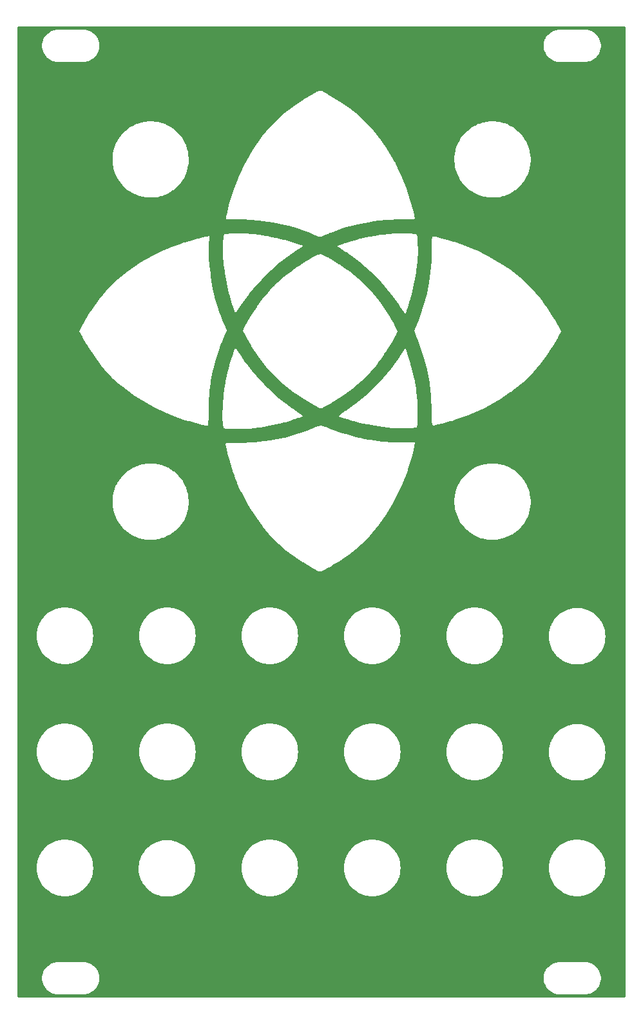
<source format=gbr>
G04 #@! TF.GenerationSoftware,KiCad,Pcbnew,(6.0.5-0)*
G04 #@! TF.CreationDate,2023-09-16T19:37:22-05:00*
G04 #@! TF.ProjectId,bells-venn,62656c6c-732d-4766-956e-6e2e6b696361,rev?*
G04 #@! TF.SameCoordinates,Original*
G04 #@! TF.FileFunction,Copper,L1,Top*
G04 #@! TF.FilePolarity,Positive*
%FSLAX46Y46*%
G04 Gerber Fmt 4.6, Leading zero omitted, Abs format (unit mm)*
G04 Created by KiCad (PCBNEW (6.0.5-0)) date 2023-09-16 19:37:22*
%MOMM*%
%LPD*%
G01*
G04 APERTURE LIST*
G04 #@! TA.AperFunction,ComponentPad*
%ADD10C,0.600000*%
G04 #@! TD*
G04 APERTURE END LIST*
D10*
X60833000Y-101219000D03*
G04 #@! TA.AperFunction,Conductor*
G36*
X100779621Y-18308502D02*
G01*
X100826114Y-18362158D01*
X100837500Y-18414500D01*
X100837500Y-145644100D01*
X100817498Y-145712221D01*
X100763842Y-145758714D01*
X100711500Y-145770100D01*
X21081500Y-145770100D01*
X21013379Y-145750098D01*
X20966886Y-145696442D01*
X20955500Y-145644100D01*
X20955500Y-143388703D01*
X24180743Y-143388703D01*
X24218268Y-143673734D01*
X24294129Y-143951036D01*
X24406923Y-144215476D01*
X24554561Y-144462161D01*
X24734313Y-144686528D01*
X24942851Y-144884423D01*
X25176317Y-145052186D01*
X25180112Y-145054195D01*
X25180113Y-145054196D01*
X25201869Y-145065715D01*
X25430392Y-145186712D01*
X25700373Y-145285511D01*
X25981264Y-145346755D01*
X26009841Y-145349004D01*
X26204282Y-145364307D01*
X26204291Y-145364307D01*
X26206739Y-145364500D01*
X29662271Y-145364500D01*
X29664407Y-145364354D01*
X29664418Y-145364354D01*
X29872548Y-145350165D01*
X29872554Y-145350164D01*
X29876825Y-145349873D01*
X29881020Y-145349004D01*
X29881022Y-145349004D01*
X30017583Y-145320724D01*
X30158342Y-145291574D01*
X30429343Y-145195607D01*
X30684812Y-145063750D01*
X30688313Y-145061289D01*
X30688317Y-145061287D01*
X30802417Y-144981096D01*
X30920023Y-144898441D01*
X31130622Y-144702740D01*
X31312713Y-144480268D01*
X31462927Y-144235142D01*
X31578483Y-143971898D01*
X31657244Y-143695406D01*
X31697751Y-143410784D01*
X31697845Y-143392951D01*
X31697867Y-143388703D01*
X90093743Y-143388703D01*
X90131268Y-143673734D01*
X90207129Y-143951036D01*
X90319923Y-144215476D01*
X90467561Y-144462161D01*
X90647313Y-144686528D01*
X90855851Y-144884423D01*
X91089317Y-145052186D01*
X91093112Y-145054195D01*
X91093113Y-145054196D01*
X91114869Y-145065715D01*
X91343392Y-145186712D01*
X91613373Y-145285511D01*
X91894264Y-145346755D01*
X91922841Y-145349004D01*
X92117282Y-145364307D01*
X92117291Y-145364307D01*
X92119739Y-145364500D01*
X95575271Y-145364500D01*
X95577407Y-145364354D01*
X95577418Y-145364354D01*
X95785548Y-145350165D01*
X95785554Y-145350164D01*
X95789825Y-145349873D01*
X95794020Y-145349004D01*
X95794022Y-145349004D01*
X95930583Y-145320724D01*
X96071342Y-145291574D01*
X96342343Y-145195607D01*
X96597812Y-145063750D01*
X96601313Y-145061289D01*
X96601317Y-145061287D01*
X96715417Y-144981096D01*
X96833023Y-144898441D01*
X97043622Y-144702740D01*
X97225713Y-144480268D01*
X97375927Y-144235142D01*
X97491483Y-143971898D01*
X97570244Y-143695406D01*
X97610751Y-143410784D01*
X97610845Y-143392951D01*
X97612235Y-143127583D01*
X97612235Y-143127576D01*
X97612257Y-143123297D01*
X97574732Y-142838266D01*
X97498871Y-142560964D01*
X97386077Y-142296524D01*
X97238439Y-142049839D01*
X97058687Y-141825472D01*
X96850149Y-141627577D01*
X96616683Y-141459814D01*
X96594843Y-141448250D01*
X96571654Y-141435972D01*
X96362608Y-141325288D01*
X96092627Y-141226489D01*
X95811736Y-141165245D01*
X95780685Y-141162801D01*
X95588718Y-141147693D01*
X95588709Y-141147693D01*
X95586261Y-141147500D01*
X92130729Y-141147500D01*
X92128593Y-141147646D01*
X92128582Y-141147646D01*
X91920452Y-141161835D01*
X91920446Y-141161836D01*
X91916175Y-141162127D01*
X91911980Y-141162996D01*
X91911978Y-141162996D01*
X91775416Y-141191277D01*
X91634658Y-141220426D01*
X91363657Y-141316393D01*
X91108188Y-141448250D01*
X91104687Y-141450711D01*
X91104683Y-141450713D01*
X91094594Y-141457804D01*
X90872977Y-141613559D01*
X90662378Y-141809260D01*
X90480287Y-142031732D01*
X90330073Y-142276858D01*
X90214517Y-142540102D01*
X90135756Y-142816594D01*
X90095249Y-143101216D01*
X90095227Y-143105505D01*
X90095226Y-143105512D01*
X90093765Y-143384417D01*
X90093743Y-143388703D01*
X31697867Y-143388703D01*
X31699235Y-143127583D01*
X31699235Y-143127576D01*
X31699257Y-143123297D01*
X31661732Y-142838266D01*
X31585871Y-142560964D01*
X31473077Y-142296524D01*
X31325439Y-142049839D01*
X31145687Y-141825472D01*
X30937149Y-141627577D01*
X30703683Y-141459814D01*
X30681843Y-141448250D01*
X30658654Y-141435972D01*
X30449608Y-141325288D01*
X30179627Y-141226489D01*
X29898736Y-141165245D01*
X29867685Y-141162801D01*
X29675718Y-141147693D01*
X29675709Y-141147693D01*
X29673261Y-141147500D01*
X26217729Y-141147500D01*
X26215593Y-141147646D01*
X26215582Y-141147646D01*
X26007452Y-141161835D01*
X26007446Y-141161836D01*
X26003175Y-141162127D01*
X25998980Y-141162996D01*
X25998978Y-141162996D01*
X25862416Y-141191277D01*
X25721658Y-141220426D01*
X25450657Y-141316393D01*
X25195188Y-141448250D01*
X25191687Y-141450711D01*
X25191683Y-141450713D01*
X25181594Y-141457804D01*
X24959977Y-141613559D01*
X24749378Y-141809260D01*
X24567287Y-142031732D01*
X24417073Y-142276858D01*
X24301517Y-142540102D01*
X24222756Y-142816594D01*
X24182249Y-143101216D01*
X24182227Y-143105505D01*
X24182226Y-143105512D01*
X24180765Y-143384417D01*
X24180743Y-143388703D01*
X20955500Y-143388703D01*
X20955500Y-128778000D01*
X23464411Y-128778000D01*
X23484754Y-129166176D01*
X23485267Y-129169416D01*
X23485268Y-129169424D01*
X23495326Y-129232924D01*
X23545562Y-129550099D01*
X23646167Y-129925562D01*
X23647352Y-129928650D01*
X23647353Y-129928652D01*
X23700634Y-130067453D01*
X23785468Y-130288453D01*
X23961938Y-130634794D01*
X24173643Y-130960793D01*
X24418266Y-131262876D01*
X24693124Y-131537734D01*
X24695682Y-131539806D01*
X24695686Y-131539809D01*
X24774102Y-131603309D01*
X24995207Y-131782357D01*
X25321206Y-131994062D01*
X25324140Y-131995557D01*
X25324147Y-131995561D01*
X25445831Y-132057562D01*
X25667547Y-132170532D01*
X26030438Y-132309833D01*
X26405901Y-132410438D01*
X26609793Y-132442732D01*
X26786576Y-132470732D01*
X26786584Y-132470733D01*
X26789824Y-132471246D01*
X27080894Y-132486500D01*
X27275106Y-132486500D01*
X27566176Y-132471246D01*
X27569416Y-132470733D01*
X27569424Y-132470732D01*
X27746207Y-132442732D01*
X27950099Y-132410438D01*
X28325562Y-132309833D01*
X28688453Y-132170532D01*
X28910169Y-132057562D01*
X29031853Y-131995561D01*
X29031860Y-131995557D01*
X29034794Y-131994062D01*
X29360793Y-131782357D01*
X29581898Y-131603309D01*
X29660314Y-131539809D01*
X29660318Y-131539806D01*
X29662876Y-131537734D01*
X29937734Y-131262876D01*
X30182357Y-130960793D01*
X30352825Y-130698295D01*
X30392264Y-130637564D01*
X30392266Y-130637561D01*
X30394062Y-130634795D01*
X30395562Y-130631853D01*
X30569034Y-130291393D01*
X30570532Y-130288453D01*
X30655366Y-130067453D01*
X30708647Y-129928652D01*
X30708648Y-129928650D01*
X30709833Y-129925562D01*
X30810438Y-129550099D01*
X30860674Y-129232924D01*
X30870732Y-129169424D01*
X30870733Y-129169416D01*
X30871246Y-129166176D01*
X30888261Y-128841500D01*
X36862911Y-128841500D01*
X36883254Y-129229676D01*
X36944062Y-129613599D01*
X37044667Y-129989062D01*
X37183968Y-130351953D01*
X37185466Y-130354893D01*
X37328084Y-130634795D01*
X37360438Y-130698294D01*
X37572143Y-131024293D01*
X37574218Y-131026855D01*
X37765345Y-131262876D01*
X37816766Y-131326376D01*
X38091624Y-131601234D01*
X38393707Y-131845857D01*
X38719706Y-132057562D01*
X38722640Y-132059057D01*
X38722647Y-132059061D01*
X38943745Y-132171716D01*
X39066047Y-132234032D01*
X39428938Y-132373333D01*
X39804401Y-132473938D01*
X40008293Y-132506232D01*
X40185076Y-132534232D01*
X40185084Y-132534233D01*
X40188324Y-132534746D01*
X40479394Y-132550000D01*
X40673606Y-132550000D01*
X40964676Y-132534746D01*
X40967916Y-132534233D01*
X40967924Y-132534232D01*
X41144707Y-132506232D01*
X41348599Y-132473938D01*
X41724062Y-132373333D01*
X42086953Y-132234032D01*
X42209255Y-132171716D01*
X42430353Y-132059061D01*
X42430360Y-132059057D01*
X42433294Y-132057562D01*
X42759293Y-131845857D01*
X43061376Y-131601234D01*
X43336234Y-131326376D01*
X43387656Y-131262876D01*
X43578782Y-131026855D01*
X43580857Y-131024293D01*
X43582652Y-131021529D01*
X43790764Y-130701064D01*
X43790766Y-130701061D01*
X43792562Y-130698295D01*
X43794062Y-130695353D01*
X43967534Y-130354893D01*
X43969032Y-130351953D01*
X44108333Y-129989062D01*
X44208938Y-129613599D01*
X44269746Y-129229676D01*
X44290089Y-128841500D01*
X44286761Y-128778000D01*
X50388411Y-128778000D01*
X50408754Y-129166176D01*
X50409267Y-129169416D01*
X50409268Y-129169424D01*
X50419326Y-129232924D01*
X50469562Y-129550099D01*
X50570167Y-129925562D01*
X50571352Y-129928650D01*
X50571353Y-129928652D01*
X50624634Y-130067453D01*
X50709468Y-130288453D01*
X50885938Y-130634794D01*
X51097643Y-130960793D01*
X51342266Y-131262876D01*
X51617124Y-131537734D01*
X51619682Y-131539806D01*
X51619686Y-131539809D01*
X51698102Y-131603309D01*
X51919207Y-131782357D01*
X52245206Y-131994062D01*
X52248140Y-131995557D01*
X52248147Y-131995561D01*
X52369831Y-132057562D01*
X52591547Y-132170532D01*
X52954438Y-132309833D01*
X53329901Y-132410438D01*
X53533793Y-132442732D01*
X53710576Y-132470732D01*
X53710584Y-132470733D01*
X53713824Y-132471246D01*
X54004894Y-132486500D01*
X54199106Y-132486500D01*
X54490176Y-132471246D01*
X54493416Y-132470733D01*
X54493424Y-132470732D01*
X54670207Y-132442732D01*
X54874099Y-132410438D01*
X55249562Y-132309833D01*
X55612453Y-132170532D01*
X55834169Y-132057562D01*
X55955853Y-131995561D01*
X55955860Y-131995557D01*
X55958794Y-131994062D01*
X56284793Y-131782357D01*
X56505898Y-131603309D01*
X56584314Y-131539809D01*
X56584318Y-131539806D01*
X56586876Y-131537734D01*
X56861734Y-131262876D01*
X57106357Y-130960793D01*
X57276825Y-130698295D01*
X57316264Y-130637564D01*
X57316266Y-130637561D01*
X57318062Y-130634795D01*
X57319562Y-130631853D01*
X57493034Y-130291393D01*
X57494532Y-130288453D01*
X57579366Y-130067453D01*
X57632647Y-129928652D01*
X57632648Y-129928650D01*
X57633833Y-129925562D01*
X57734438Y-129550099D01*
X57784674Y-129232924D01*
X57794732Y-129169424D01*
X57794733Y-129169416D01*
X57795246Y-129166176D01*
X57815589Y-128778000D01*
X63850411Y-128778000D01*
X63870754Y-129166176D01*
X63871267Y-129169416D01*
X63871268Y-129169424D01*
X63881326Y-129232924D01*
X63931562Y-129550099D01*
X64032167Y-129925562D01*
X64033352Y-129928650D01*
X64033353Y-129928652D01*
X64086634Y-130067453D01*
X64171468Y-130288453D01*
X64347938Y-130634794D01*
X64559643Y-130960793D01*
X64804266Y-131262876D01*
X65079124Y-131537734D01*
X65081682Y-131539806D01*
X65081686Y-131539809D01*
X65160102Y-131603309D01*
X65381207Y-131782357D01*
X65707206Y-131994062D01*
X65710140Y-131995557D01*
X65710147Y-131995561D01*
X65831831Y-132057562D01*
X66053547Y-132170532D01*
X66416438Y-132309833D01*
X66791901Y-132410438D01*
X66995793Y-132442732D01*
X67172576Y-132470732D01*
X67172584Y-132470733D01*
X67175824Y-132471246D01*
X67466894Y-132486500D01*
X67661106Y-132486500D01*
X67952176Y-132471246D01*
X67955416Y-132470733D01*
X67955424Y-132470732D01*
X68132207Y-132442732D01*
X68336099Y-132410438D01*
X68711562Y-132309833D01*
X69074453Y-132170532D01*
X69296169Y-132057562D01*
X69417853Y-131995561D01*
X69417860Y-131995557D01*
X69420794Y-131994062D01*
X69746793Y-131782357D01*
X69967898Y-131603309D01*
X70046314Y-131539809D01*
X70046318Y-131539806D01*
X70048876Y-131537734D01*
X70323734Y-131262876D01*
X70568357Y-130960793D01*
X70738825Y-130698295D01*
X70778264Y-130637564D01*
X70778266Y-130637561D01*
X70780062Y-130634795D01*
X70781562Y-130631853D01*
X70955034Y-130291393D01*
X70956532Y-130288453D01*
X71041366Y-130067453D01*
X71094647Y-129928652D01*
X71094648Y-129928650D01*
X71095833Y-129925562D01*
X71196438Y-129550099D01*
X71246674Y-129232924D01*
X71256732Y-129169424D01*
X71256733Y-129169416D01*
X71257246Y-129166176D01*
X71277589Y-128778000D01*
X77312411Y-128778000D01*
X77332754Y-129166176D01*
X77333267Y-129169416D01*
X77333268Y-129169424D01*
X77343326Y-129232924D01*
X77393562Y-129550099D01*
X77494167Y-129925562D01*
X77495352Y-129928650D01*
X77495353Y-129928652D01*
X77548634Y-130067453D01*
X77633468Y-130288453D01*
X77809938Y-130634794D01*
X78021643Y-130960793D01*
X78266266Y-131262876D01*
X78541124Y-131537734D01*
X78543682Y-131539806D01*
X78543686Y-131539809D01*
X78622102Y-131603309D01*
X78843207Y-131782357D01*
X79169206Y-131994062D01*
X79172140Y-131995557D01*
X79172147Y-131995561D01*
X79293831Y-132057562D01*
X79515547Y-132170532D01*
X79878438Y-132309833D01*
X80253901Y-132410438D01*
X80457793Y-132442732D01*
X80634576Y-132470732D01*
X80634584Y-132470733D01*
X80637824Y-132471246D01*
X80928894Y-132486500D01*
X81123106Y-132486500D01*
X81414176Y-132471246D01*
X81417416Y-132470733D01*
X81417424Y-132470732D01*
X81594207Y-132442732D01*
X81798099Y-132410438D01*
X82173562Y-132309833D01*
X82536453Y-132170532D01*
X82758169Y-132057562D01*
X82879853Y-131995561D01*
X82879860Y-131995557D01*
X82882794Y-131994062D01*
X83208793Y-131782357D01*
X83429898Y-131603309D01*
X83508314Y-131539809D01*
X83508318Y-131539806D01*
X83510876Y-131537734D01*
X83785734Y-131262876D01*
X84030357Y-130960793D01*
X84200825Y-130698295D01*
X84240264Y-130637564D01*
X84240266Y-130637561D01*
X84242062Y-130634795D01*
X84243562Y-130631853D01*
X84417034Y-130291393D01*
X84418532Y-130288453D01*
X84503366Y-130067453D01*
X84556647Y-129928652D01*
X84556648Y-129928650D01*
X84557833Y-129925562D01*
X84658438Y-129550099D01*
X84708674Y-129232924D01*
X84718732Y-129169424D01*
X84718733Y-129169416D01*
X84719246Y-129166176D01*
X84739589Y-128778000D01*
X90774411Y-128778000D01*
X90794754Y-129166176D01*
X90795267Y-129169416D01*
X90795268Y-129169424D01*
X90805326Y-129232924D01*
X90855562Y-129550099D01*
X90956167Y-129925562D01*
X90957352Y-129928650D01*
X90957353Y-129928652D01*
X91010634Y-130067453D01*
X91095468Y-130288453D01*
X91271938Y-130634794D01*
X91483643Y-130960793D01*
X91728266Y-131262876D01*
X92003124Y-131537734D01*
X92005682Y-131539806D01*
X92005686Y-131539809D01*
X92084102Y-131603309D01*
X92305207Y-131782357D01*
X92631206Y-131994062D01*
X92634140Y-131995557D01*
X92634147Y-131995561D01*
X92755831Y-132057562D01*
X92977547Y-132170532D01*
X93340438Y-132309833D01*
X93715901Y-132410438D01*
X93919793Y-132442732D01*
X94096576Y-132470732D01*
X94096584Y-132470733D01*
X94099824Y-132471246D01*
X94390894Y-132486500D01*
X94585106Y-132486500D01*
X94876176Y-132471246D01*
X94879416Y-132470733D01*
X94879424Y-132470732D01*
X95056207Y-132442732D01*
X95260099Y-132410438D01*
X95635562Y-132309833D01*
X95998453Y-132170532D01*
X96220169Y-132057562D01*
X96341853Y-131995561D01*
X96341860Y-131995557D01*
X96344794Y-131994062D01*
X96670793Y-131782357D01*
X96891898Y-131603309D01*
X96970314Y-131539809D01*
X96970318Y-131539806D01*
X96972876Y-131537734D01*
X97247734Y-131262876D01*
X97492357Y-130960793D01*
X97662825Y-130698295D01*
X97702264Y-130637564D01*
X97702266Y-130637561D01*
X97704062Y-130634795D01*
X97705562Y-130631853D01*
X97879034Y-130291393D01*
X97880532Y-130288453D01*
X97965366Y-130067453D01*
X98018647Y-129928652D01*
X98018648Y-129928650D01*
X98019833Y-129925562D01*
X98120438Y-129550099D01*
X98170674Y-129232924D01*
X98180732Y-129169424D01*
X98180733Y-129169416D01*
X98181246Y-129166176D01*
X98201589Y-128778000D01*
X98181246Y-128389824D01*
X98120438Y-128005901D01*
X98019833Y-127630438D01*
X97880532Y-127267547D01*
X97879034Y-127264607D01*
X97705561Y-126924147D01*
X97705557Y-126924140D01*
X97704062Y-126921206D01*
X97492357Y-126595207D01*
X97301230Y-126359186D01*
X97249809Y-126295686D01*
X97249806Y-126295682D01*
X97247734Y-126293124D01*
X96972876Y-126018266D01*
X96670793Y-125773643D01*
X96344794Y-125561938D01*
X96341860Y-125560443D01*
X96341853Y-125560439D01*
X96001393Y-125386966D01*
X95998453Y-125385468D01*
X95635562Y-125246167D01*
X95260099Y-125145562D01*
X95056207Y-125113268D01*
X94879424Y-125085268D01*
X94879416Y-125085267D01*
X94876176Y-125084754D01*
X94585106Y-125069500D01*
X94390894Y-125069500D01*
X94099824Y-125084754D01*
X94096584Y-125085267D01*
X94096576Y-125085268D01*
X93919793Y-125113268D01*
X93715901Y-125145562D01*
X93340438Y-125246167D01*
X92977547Y-125385468D01*
X92974607Y-125386966D01*
X92634147Y-125560439D01*
X92634140Y-125560443D01*
X92631206Y-125561938D01*
X92305207Y-125773643D01*
X92003124Y-126018266D01*
X91728266Y-126293124D01*
X91726194Y-126295682D01*
X91726191Y-126295686D01*
X91674770Y-126359186D01*
X91483643Y-126595207D01*
X91481848Y-126597970D01*
X91481848Y-126597971D01*
X91273736Y-126918436D01*
X91273734Y-126918439D01*
X91271938Y-126921205D01*
X91270443Y-126924139D01*
X91270439Y-126924146D01*
X91238084Y-126987647D01*
X91095468Y-127267547D01*
X90956167Y-127630438D01*
X90855562Y-128005901D01*
X90794754Y-128389824D01*
X90774411Y-128778000D01*
X84739589Y-128778000D01*
X84719246Y-128389824D01*
X84658438Y-128005901D01*
X84557833Y-127630438D01*
X84418532Y-127267547D01*
X84417034Y-127264607D01*
X84243561Y-126924147D01*
X84243557Y-126924140D01*
X84242062Y-126921206D01*
X84030357Y-126595207D01*
X83839230Y-126359186D01*
X83787809Y-126295686D01*
X83787806Y-126295682D01*
X83785734Y-126293124D01*
X83510876Y-126018266D01*
X83208793Y-125773643D01*
X82882794Y-125561938D01*
X82879860Y-125560443D01*
X82879853Y-125560439D01*
X82539393Y-125386966D01*
X82536453Y-125385468D01*
X82173562Y-125246167D01*
X81798099Y-125145562D01*
X81594207Y-125113268D01*
X81417424Y-125085268D01*
X81417416Y-125085267D01*
X81414176Y-125084754D01*
X81123106Y-125069500D01*
X80928894Y-125069500D01*
X80637824Y-125084754D01*
X80634584Y-125085267D01*
X80634576Y-125085268D01*
X80457793Y-125113268D01*
X80253901Y-125145562D01*
X79878438Y-125246167D01*
X79515547Y-125385468D01*
X79512607Y-125386966D01*
X79172147Y-125560439D01*
X79172140Y-125560443D01*
X79169206Y-125561938D01*
X78843207Y-125773643D01*
X78541124Y-126018266D01*
X78266266Y-126293124D01*
X78264194Y-126295682D01*
X78264191Y-126295686D01*
X78212770Y-126359186D01*
X78021643Y-126595207D01*
X78019848Y-126597970D01*
X78019848Y-126597971D01*
X77811736Y-126918436D01*
X77811734Y-126918439D01*
X77809938Y-126921205D01*
X77808443Y-126924139D01*
X77808439Y-126924146D01*
X77776084Y-126987647D01*
X77633468Y-127267547D01*
X77494167Y-127630438D01*
X77393562Y-128005901D01*
X77332754Y-128389824D01*
X77312411Y-128778000D01*
X71277589Y-128778000D01*
X71257246Y-128389824D01*
X71196438Y-128005901D01*
X71095833Y-127630438D01*
X70956532Y-127267547D01*
X70955034Y-127264607D01*
X70781561Y-126924147D01*
X70781557Y-126924140D01*
X70780062Y-126921206D01*
X70568357Y-126595207D01*
X70377230Y-126359186D01*
X70325809Y-126295686D01*
X70325806Y-126295682D01*
X70323734Y-126293124D01*
X70048876Y-126018266D01*
X69746793Y-125773643D01*
X69420794Y-125561938D01*
X69417860Y-125560443D01*
X69417853Y-125560439D01*
X69077393Y-125386966D01*
X69074453Y-125385468D01*
X68711562Y-125246167D01*
X68336099Y-125145562D01*
X68132207Y-125113268D01*
X67955424Y-125085268D01*
X67955416Y-125085267D01*
X67952176Y-125084754D01*
X67661106Y-125069500D01*
X67466894Y-125069500D01*
X67175824Y-125084754D01*
X67172584Y-125085267D01*
X67172576Y-125085268D01*
X66995793Y-125113268D01*
X66791901Y-125145562D01*
X66416438Y-125246167D01*
X66053547Y-125385468D01*
X66050607Y-125386966D01*
X65710147Y-125560439D01*
X65710140Y-125560443D01*
X65707206Y-125561938D01*
X65381207Y-125773643D01*
X65079124Y-126018266D01*
X64804266Y-126293124D01*
X64802194Y-126295682D01*
X64802191Y-126295686D01*
X64750770Y-126359186D01*
X64559643Y-126595207D01*
X64557848Y-126597970D01*
X64557848Y-126597971D01*
X64349736Y-126918436D01*
X64349734Y-126918439D01*
X64347938Y-126921205D01*
X64346443Y-126924139D01*
X64346439Y-126924146D01*
X64314084Y-126987647D01*
X64171468Y-127267547D01*
X64032167Y-127630438D01*
X63931562Y-128005901D01*
X63870754Y-128389824D01*
X63850411Y-128778000D01*
X57815589Y-128778000D01*
X57795246Y-128389824D01*
X57734438Y-128005901D01*
X57633833Y-127630438D01*
X57494532Y-127267547D01*
X57493034Y-127264607D01*
X57319561Y-126924147D01*
X57319557Y-126924140D01*
X57318062Y-126921206D01*
X57106357Y-126595207D01*
X56915230Y-126359186D01*
X56863809Y-126295686D01*
X56863806Y-126295682D01*
X56861734Y-126293124D01*
X56586876Y-126018266D01*
X56284793Y-125773643D01*
X55958794Y-125561938D01*
X55955860Y-125560443D01*
X55955853Y-125560439D01*
X55615393Y-125386966D01*
X55612453Y-125385468D01*
X55249562Y-125246167D01*
X54874099Y-125145562D01*
X54670207Y-125113268D01*
X54493424Y-125085268D01*
X54493416Y-125085267D01*
X54490176Y-125084754D01*
X54199106Y-125069500D01*
X54004894Y-125069500D01*
X53713824Y-125084754D01*
X53710584Y-125085267D01*
X53710576Y-125085268D01*
X53533793Y-125113268D01*
X53329901Y-125145562D01*
X52954438Y-125246167D01*
X52591547Y-125385468D01*
X52588607Y-125386966D01*
X52248147Y-125560439D01*
X52248140Y-125560443D01*
X52245206Y-125561938D01*
X51919207Y-125773643D01*
X51617124Y-126018266D01*
X51342266Y-126293124D01*
X51340194Y-126295682D01*
X51340191Y-126295686D01*
X51288770Y-126359186D01*
X51097643Y-126595207D01*
X51095848Y-126597970D01*
X51095848Y-126597971D01*
X50887736Y-126918436D01*
X50887734Y-126918439D01*
X50885938Y-126921205D01*
X50884443Y-126924139D01*
X50884439Y-126924146D01*
X50852084Y-126987647D01*
X50709468Y-127267547D01*
X50570167Y-127630438D01*
X50469562Y-128005901D01*
X50408754Y-128389824D01*
X50388411Y-128778000D01*
X44286761Y-128778000D01*
X44269746Y-128453324D01*
X44259689Y-128389824D01*
X44209454Y-128072662D01*
X44208938Y-128069401D01*
X44108333Y-127693938D01*
X44082772Y-127627348D01*
X43970216Y-127334132D01*
X43969032Y-127331047D01*
X43792562Y-126984706D01*
X43580857Y-126658707D01*
X43336234Y-126356624D01*
X43061376Y-126081766D01*
X42985847Y-126020603D01*
X42761855Y-125839218D01*
X42759293Y-125837143D01*
X42433294Y-125625438D01*
X42430360Y-125623943D01*
X42430353Y-125623939D01*
X42089893Y-125450466D01*
X42086953Y-125448968D01*
X41724062Y-125309667D01*
X41348599Y-125209062D01*
X41144707Y-125176768D01*
X40967924Y-125148768D01*
X40967916Y-125148767D01*
X40964676Y-125148254D01*
X40673606Y-125133000D01*
X40479394Y-125133000D01*
X40188324Y-125148254D01*
X40185084Y-125148767D01*
X40185076Y-125148768D01*
X40008293Y-125176768D01*
X39804401Y-125209062D01*
X39428938Y-125309667D01*
X39066047Y-125448968D01*
X39063107Y-125450466D01*
X38722647Y-125623939D01*
X38722640Y-125623943D01*
X38719706Y-125625438D01*
X38393707Y-125837143D01*
X38391145Y-125839218D01*
X38167154Y-126020603D01*
X38091624Y-126081766D01*
X37816766Y-126356624D01*
X37572143Y-126658707D01*
X37570348Y-126661470D01*
X37570348Y-126661471D01*
X37362236Y-126981936D01*
X37362234Y-126981939D01*
X37360438Y-126984705D01*
X37358943Y-126987639D01*
X37358939Y-126987646D01*
X37217821Y-127264607D01*
X37183968Y-127331047D01*
X37182784Y-127334132D01*
X37070229Y-127627348D01*
X37044667Y-127693938D01*
X36944062Y-128069401D01*
X36943546Y-128072662D01*
X36893312Y-128389824D01*
X36883254Y-128453324D01*
X36862911Y-128841500D01*
X30888261Y-128841500D01*
X30891589Y-128778000D01*
X30871246Y-128389824D01*
X30810438Y-128005901D01*
X30709833Y-127630438D01*
X30570532Y-127267547D01*
X30569034Y-127264607D01*
X30395561Y-126924147D01*
X30395557Y-126924140D01*
X30394062Y-126921206D01*
X30182357Y-126595207D01*
X29991230Y-126359186D01*
X29939809Y-126295686D01*
X29939806Y-126295682D01*
X29937734Y-126293124D01*
X29662876Y-126018266D01*
X29360793Y-125773643D01*
X29034794Y-125561938D01*
X29031860Y-125560443D01*
X29031853Y-125560439D01*
X28691393Y-125386966D01*
X28688453Y-125385468D01*
X28325562Y-125246167D01*
X27950099Y-125145562D01*
X27746207Y-125113268D01*
X27569424Y-125085268D01*
X27569416Y-125085267D01*
X27566176Y-125084754D01*
X27275106Y-125069500D01*
X27080894Y-125069500D01*
X26789824Y-125084754D01*
X26786584Y-125085267D01*
X26786576Y-125085268D01*
X26609793Y-125113268D01*
X26405901Y-125145562D01*
X26030438Y-125246167D01*
X25667547Y-125385468D01*
X25664607Y-125386966D01*
X25324147Y-125560439D01*
X25324140Y-125560443D01*
X25321206Y-125561938D01*
X24995207Y-125773643D01*
X24693124Y-126018266D01*
X24418266Y-126293124D01*
X24416194Y-126295682D01*
X24416191Y-126295686D01*
X24364770Y-126359186D01*
X24173643Y-126595207D01*
X24171848Y-126597970D01*
X24171848Y-126597971D01*
X23963736Y-126918436D01*
X23963734Y-126918439D01*
X23961938Y-126921205D01*
X23960443Y-126924139D01*
X23960439Y-126924146D01*
X23928084Y-126987647D01*
X23785468Y-127267547D01*
X23646167Y-127630438D01*
X23545562Y-128005901D01*
X23484754Y-128389824D01*
X23464411Y-128778000D01*
X20955500Y-128778000D01*
X20955500Y-113538000D01*
X23464411Y-113538000D01*
X23484754Y-113926176D01*
X23485267Y-113929416D01*
X23485268Y-113929424D01*
X23495326Y-113992924D01*
X23545562Y-114310099D01*
X23646167Y-114685562D01*
X23647352Y-114688650D01*
X23647353Y-114688652D01*
X23700634Y-114827453D01*
X23785468Y-115048453D01*
X23961938Y-115394794D01*
X24173643Y-115720793D01*
X24418266Y-116022876D01*
X24693124Y-116297734D01*
X24695682Y-116299806D01*
X24695686Y-116299809D01*
X24774102Y-116363309D01*
X24995207Y-116542357D01*
X25321206Y-116754062D01*
X25324140Y-116755557D01*
X25324147Y-116755561D01*
X25445831Y-116817562D01*
X25667547Y-116930532D01*
X26030438Y-117069833D01*
X26405901Y-117170438D01*
X26609793Y-117202732D01*
X26786576Y-117230732D01*
X26786584Y-117230733D01*
X26789824Y-117231246D01*
X27080894Y-117246500D01*
X27275106Y-117246500D01*
X27566176Y-117231246D01*
X27569416Y-117230733D01*
X27569424Y-117230732D01*
X27746207Y-117202732D01*
X27950099Y-117170438D01*
X28325562Y-117069833D01*
X28688453Y-116930532D01*
X28910169Y-116817562D01*
X29031853Y-116755561D01*
X29031860Y-116755557D01*
X29034794Y-116754062D01*
X29360793Y-116542357D01*
X29581898Y-116363309D01*
X29660314Y-116299809D01*
X29660318Y-116299806D01*
X29662876Y-116297734D01*
X29937734Y-116022876D01*
X30182357Y-115720793D01*
X30352825Y-115458295D01*
X30392264Y-115397564D01*
X30392266Y-115397561D01*
X30394062Y-115394795D01*
X30395562Y-115391853D01*
X30569034Y-115051393D01*
X30570532Y-115048453D01*
X30655366Y-114827453D01*
X30708647Y-114688652D01*
X30708648Y-114688650D01*
X30709833Y-114685562D01*
X30810438Y-114310099D01*
X30860674Y-113992924D01*
X30870732Y-113929424D01*
X30870733Y-113929416D01*
X30871246Y-113926176D01*
X30891589Y-113538000D01*
X36926411Y-113538000D01*
X36946754Y-113926176D01*
X36947267Y-113929416D01*
X36947268Y-113929424D01*
X36957326Y-113992924D01*
X37007562Y-114310099D01*
X37108167Y-114685562D01*
X37109352Y-114688650D01*
X37109353Y-114688652D01*
X37162634Y-114827453D01*
X37247468Y-115048453D01*
X37423938Y-115394794D01*
X37635643Y-115720793D01*
X37880266Y-116022876D01*
X38155124Y-116297734D01*
X38157682Y-116299806D01*
X38157686Y-116299809D01*
X38236102Y-116363309D01*
X38457207Y-116542357D01*
X38783206Y-116754062D01*
X38786140Y-116755557D01*
X38786147Y-116755561D01*
X38907831Y-116817562D01*
X39129547Y-116930532D01*
X39492438Y-117069833D01*
X39867901Y-117170438D01*
X40071793Y-117202732D01*
X40248576Y-117230732D01*
X40248584Y-117230733D01*
X40251824Y-117231246D01*
X40542894Y-117246500D01*
X40737106Y-117246500D01*
X41028176Y-117231246D01*
X41031416Y-117230733D01*
X41031424Y-117230732D01*
X41208207Y-117202732D01*
X41412099Y-117170438D01*
X41787562Y-117069833D01*
X42150453Y-116930532D01*
X42372169Y-116817562D01*
X42493853Y-116755561D01*
X42493860Y-116755557D01*
X42496794Y-116754062D01*
X42822793Y-116542357D01*
X43043898Y-116363309D01*
X43122314Y-116299809D01*
X43122318Y-116299806D01*
X43124876Y-116297734D01*
X43399734Y-116022876D01*
X43644357Y-115720793D01*
X43814825Y-115458295D01*
X43854264Y-115397564D01*
X43854266Y-115397561D01*
X43856062Y-115394795D01*
X43857562Y-115391853D01*
X44031034Y-115051393D01*
X44032532Y-115048453D01*
X44117366Y-114827453D01*
X44170647Y-114688652D01*
X44170648Y-114688650D01*
X44171833Y-114685562D01*
X44272438Y-114310099D01*
X44322674Y-113992924D01*
X44332732Y-113929424D01*
X44332733Y-113929416D01*
X44333246Y-113926176D01*
X44353589Y-113538000D01*
X50388411Y-113538000D01*
X50408754Y-113926176D01*
X50409267Y-113929416D01*
X50409268Y-113929424D01*
X50419326Y-113992924D01*
X50469562Y-114310099D01*
X50570167Y-114685562D01*
X50571352Y-114688650D01*
X50571353Y-114688652D01*
X50624634Y-114827453D01*
X50709468Y-115048453D01*
X50885938Y-115394794D01*
X51097643Y-115720793D01*
X51342266Y-116022876D01*
X51617124Y-116297734D01*
X51619682Y-116299806D01*
X51619686Y-116299809D01*
X51698102Y-116363309D01*
X51919207Y-116542357D01*
X52245206Y-116754062D01*
X52248140Y-116755557D01*
X52248147Y-116755561D01*
X52369831Y-116817562D01*
X52591547Y-116930532D01*
X52954438Y-117069833D01*
X53329901Y-117170438D01*
X53533793Y-117202732D01*
X53710576Y-117230732D01*
X53710584Y-117230733D01*
X53713824Y-117231246D01*
X54004894Y-117246500D01*
X54199106Y-117246500D01*
X54490176Y-117231246D01*
X54493416Y-117230733D01*
X54493424Y-117230732D01*
X54670207Y-117202732D01*
X54874099Y-117170438D01*
X55249562Y-117069833D01*
X55612453Y-116930532D01*
X55834169Y-116817562D01*
X55955853Y-116755561D01*
X55955860Y-116755557D01*
X55958794Y-116754062D01*
X56284793Y-116542357D01*
X56505898Y-116363309D01*
X56584314Y-116299809D01*
X56584318Y-116299806D01*
X56586876Y-116297734D01*
X56861734Y-116022876D01*
X57106357Y-115720793D01*
X57276825Y-115458295D01*
X57316264Y-115397564D01*
X57316266Y-115397561D01*
X57318062Y-115394795D01*
X57319562Y-115391853D01*
X57493034Y-115051393D01*
X57494532Y-115048453D01*
X57579366Y-114827453D01*
X57632647Y-114688652D01*
X57632648Y-114688650D01*
X57633833Y-114685562D01*
X57734438Y-114310099D01*
X57784674Y-113992924D01*
X57794732Y-113929424D01*
X57794733Y-113929416D01*
X57795246Y-113926176D01*
X57815589Y-113538000D01*
X63850411Y-113538000D01*
X63870754Y-113926176D01*
X63871267Y-113929416D01*
X63871268Y-113929424D01*
X63881326Y-113992924D01*
X63931562Y-114310099D01*
X64032167Y-114685562D01*
X64033352Y-114688650D01*
X64033353Y-114688652D01*
X64086634Y-114827453D01*
X64171468Y-115048453D01*
X64347938Y-115394794D01*
X64559643Y-115720793D01*
X64804266Y-116022876D01*
X65079124Y-116297734D01*
X65081682Y-116299806D01*
X65081686Y-116299809D01*
X65160102Y-116363309D01*
X65381207Y-116542357D01*
X65707206Y-116754062D01*
X65710140Y-116755557D01*
X65710147Y-116755561D01*
X65831831Y-116817562D01*
X66053547Y-116930532D01*
X66416438Y-117069833D01*
X66791901Y-117170438D01*
X66995793Y-117202732D01*
X67172576Y-117230732D01*
X67172584Y-117230733D01*
X67175824Y-117231246D01*
X67466894Y-117246500D01*
X67661106Y-117246500D01*
X67952176Y-117231246D01*
X67955416Y-117230733D01*
X67955424Y-117230732D01*
X68132207Y-117202732D01*
X68336099Y-117170438D01*
X68711562Y-117069833D01*
X69074453Y-116930532D01*
X69296169Y-116817562D01*
X69417853Y-116755561D01*
X69417860Y-116755557D01*
X69420794Y-116754062D01*
X69746793Y-116542357D01*
X69967898Y-116363309D01*
X70046314Y-116299809D01*
X70046318Y-116299806D01*
X70048876Y-116297734D01*
X70323734Y-116022876D01*
X70568357Y-115720793D01*
X70738825Y-115458295D01*
X70778264Y-115397564D01*
X70778266Y-115397561D01*
X70780062Y-115394795D01*
X70781562Y-115391853D01*
X70955034Y-115051393D01*
X70956532Y-115048453D01*
X71041366Y-114827453D01*
X71094647Y-114688652D01*
X71094648Y-114688650D01*
X71095833Y-114685562D01*
X71196438Y-114310099D01*
X71246674Y-113992924D01*
X71256732Y-113929424D01*
X71256733Y-113929416D01*
X71257246Y-113926176D01*
X71277589Y-113538000D01*
X77312411Y-113538000D01*
X77332754Y-113926176D01*
X77333267Y-113929416D01*
X77333268Y-113929424D01*
X77343326Y-113992924D01*
X77393562Y-114310099D01*
X77494167Y-114685562D01*
X77495352Y-114688650D01*
X77495353Y-114688652D01*
X77548634Y-114827453D01*
X77633468Y-115048453D01*
X77809938Y-115394794D01*
X78021643Y-115720793D01*
X78266266Y-116022876D01*
X78541124Y-116297734D01*
X78543682Y-116299806D01*
X78543686Y-116299809D01*
X78622102Y-116363309D01*
X78843207Y-116542357D01*
X79169206Y-116754062D01*
X79172140Y-116755557D01*
X79172147Y-116755561D01*
X79293831Y-116817562D01*
X79515547Y-116930532D01*
X79878438Y-117069833D01*
X80253901Y-117170438D01*
X80457793Y-117202732D01*
X80634576Y-117230732D01*
X80634584Y-117230733D01*
X80637824Y-117231246D01*
X80928894Y-117246500D01*
X81123106Y-117246500D01*
X81414176Y-117231246D01*
X81417416Y-117230733D01*
X81417424Y-117230732D01*
X81594207Y-117202732D01*
X81798099Y-117170438D01*
X82173562Y-117069833D01*
X82536453Y-116930532D01*
X82758169Y-116817562D01*
X82879853Y-116755561D01*
X82879860Y-116755557D01*
X82882794Y-116754062D01*
X83208793Y-116542357D01*
X83429898Y-116363309D01*
X83508314Y-116299809D01*
X83508318Y-116299806D01*
X83510876Y-116297734D01*
X83785734Y-116022876D01*
X84030357Y-115720793D01*
X84200825Y-115458295D01*
X84240264Y-115397564D01*
X84240266Y-115397561D01*
X84242062Y-115394795D01*
X84243562Y-115391853D01*
X84417034Y-115051393D01*
X84418532Y-115048453D01*
X84503366Y-114827453D01*
X84556647Y-114688652D01*
X84556648Y-114688650D01*
X84557833Y-114685562D01*
X84658438Y-114310099D01*
X84708674Y-113992924D01*
X84718732Y-113929424D01*
X84718733Y-113929416D01*
X84719246Y-113926176D01*
X84736261Y-113601500D01*
X90774411Y-113601500D01*
X90794754Y-113989676D01*
X90855562Y-114373599D01*
X90956167Y-114749062D01*
X91095468Y-115111953D01*
X91096966Y-115114893D01*
X91239584Y-115394795D01*
X91271938Y-115458294D01*
X91483643Y-115784293D01*
X91485718Y-115786855D01*
X91676845Y-116022876D01*
X91728266Y-116086376D01*
X92003124Y-116361234D01*
X92305207Y-116605857D01*
X92631206Y-116817562D01*
X92634140Y-116819057D01*
X92634147Y-116819061D01*
X92855245Y-116931716D01*
X92977547Y-116994032D01*
X93340438Y-117133333D01*
X93715901Y-117233938D01*
X93919793Y-117266232D01*
X94096576Y-117294232D01*
X94096584Y-117294233D01*
X94099824Y-117294746D01*
X94390894Y-117310000D01*
X94585106Y-117310000D01*
X94876176Y-117294746D01*
X94879416Y-117294233D01*
X94879424Y-117294232D01*
X95056207Y-117266232D01*
X95260099Y-117233938D01*
X95635562Y-117133333D01*
X95998453Y-116994032D01*
X96120755Y-116931716D01*
X96341853Y-116819061D01*
X96341860Y-116819057D01*
X96344794Y-116817562D01*
X96670793Y-116605857D01*
X96972876Y-116361234D01*
X97247734Y-116086376D01*
X97299156Y-116022876D01*
X97490282Y-115786855D01*
X97492357Y-115784293D01*
X97494152Y-115781529D01*
X97702264Y-115461064D01*
X97702266Y-115461061D01*
X97704062Y-115458295D01*
X97705562Y-115455353D01*
X97879034Y-115114893D01*
X97880532Y-115111953D01*
X98019833Y-114749062D01*
X98120438Y-114373599D01*
X98181246Y-113989676D01*
X98201589Y-113601500D01*
X98181246Y-113213324D01*
X98171189Y-113149824D01*
X98120954Y-112832662D01*
X98120438Y-112829401D01*
X98019833Y-112453938D01*
X97994272Y-112387348D01*
X97881716Y-112094132D01*
X97880532Y-112091047D01*
X97704062Y-111744706D01*
X97492357Y-111418707D01*
X97247734Y-111116624D01*
X96972876Y-110841766D01*
X96897347Y-110780603D01*
X96673355Y-110599218D01*
X96670793Y-110597143D01*
X96344794Y-110385438D01*
X96341860Y-110383943D01*
X96341853Y-110383939D01*
X96001393Y-110210466D01*
X95998453Y-110208968D01*
X95635562Y-110069667D01*
X95260099Y-109969062D01*
X95056207Y-109936768D01*
X94879424Y-109908768D01*
X94879416Y-109908767D01*
X94876176Y-109908254D01*
X94585106Y-109893000D01*
X94390894Y-109893000D01*
X94099824Y-109908254D01*
X94096584Y-109908767D01*
X94096576Y-109908768D01*
X93919793Y-109936768D01*
X93715901Y-109969062D01*
X93340438Y-110069667D01*
X92977547Y-110208968D01*
X92974607Y-110210466D01*
X92634147Y-110383939D01*
X92634140Y-110383943D01*
X92631206Y-110385438D01*
X92305207Y-110597143D01*
X92302645Y-110599218D01*
X92078654Y-110780603D01*
X92003124Y-110841766D01*
X91728266Y-111116624D01*
X91483643Y-111418707D01*
X91481848Y-111421470D01*
X91481848Y-111421471D01*
X91273736Y-111741936D01*
X91273734Y-111741939D01*
X91271938Y-111744705D01*
X91270443Y-111747639D01*
X91270439Y-111747646D01*
X91129321Y-112024607D01*
X91095468Y-112091047D01*
X91094284Y-112094132D01*
X90981729Y-112387348D01*
X90956167Y-112453938D01*
X90855562Y-112829401D01*
X90855046Y-112832662D01*
X90804812Y-113149824D01*
X90794754Y-113213324D01*
X90774411Y-113601500D01*
X84736261Y-113601500D01*
X84739589Y-113538000D01*
X84719246Y-113149824D01*
X84658438Y-112765901D01*
X84557833Y-112390438D01*
X84418532Y-112027547D01*
X84417034Y-112024607D01*
X84243561Y-111684147D01*
X84243557Y-111684140D01*
X84242062Y-111681206D01*
X84030357Y-111355207D01*
X83839230Y-111119186D01*
X83787809Y-111055686D01*
X83787806Y-111055682D01*
X83785734Y-111053124D01*
X83510876Y-110778266D01*
X83208793Y-110533643D01*
X82882794Y-110321938D01*
X82879860Y-110320443D01*
X82879853Y-110320439D01*
X82539393Y-110146966D01*
X82536453Y-110145468D01*
X82173562Y-110006167D01*
X81798099Y-109905562D01*
X81594207Y-109873268D01*
X81417424Y-109845268D01*
X81417416Y-109845267D01*
X81414176Y-109844754D01*
X81123106Y-109829500D01*
X80928894Y-109829500D01*
X80637824Y-109844754D01*
X80634584Y-109845267D01*
X80634576Y-109845268D01*
X80457793Y-109873268D01*
X80253901Y-109905562D01*
X79878438Y-110006167D01*
X79515547Y-110145468D01*
X79512607Y-110146966D01*
X79172147Y-110320439D01*
X79172140Y-110320443D01*
X79169206Y-110321938D01*
X78843207Y-110533643D01*
X78541124Y-110778266D01*
X78266266Y-111053124D01*
X78264194Y-111055682D01*
X78264191Y-111055686D01*
X78212770Y-111119186D01*
X78021643Y-111355207D01*
X78019848Y-111357970D01*
X78019848Y-111357971D01*
X77811736Y-111678436D01*
X77811734Y-111678439D01*
X77809938Y-111681205D01*
X77808443Y-111684139D01*
X77808439Y-111684146D01*
X77776084Y-111747647D01*
X77633468Y-112027547D01*
X77494167Y-112390438D01*
X77393562Y-112765901D01*
X77332754Y-113149824D01*
X77312411Y-113538000D01*
X71277589Y-113538000D01*
X71257246Y-113149824D01*
X71196438Y-112765901D01*
X71095833Y-112390438D01*
X70956532Y-112027547D01*
X70955034Y-112024607D01*
X70781561Y-111684147D01*
X70781557Y-111684140D01*
X70780062Y-111681206D01*
X70568357Y-111355207D01*
X70377230Y-111119186D01*
X70325809Y-111055686D01*
X70325806Y-111055682D01*
X70323734Y-111053124D01*
X70048876Y-110778266D01*
X69746793Y-110533643D01*
X69420794Y-110321938D01*
X69417860Y-110320443D01*
X69417853Y-110320439D01*
X69077393Y-110146966D01*
X69074453Y-110145468D01*
X68711562Y-110006167D01*
X68336099Y-109905562D01*
X68132207Y-109873268D01*
X67955424Y-109845268D01*
X67955416Y-109845267D01*
X67952176Y-109844754D01*
X67661106Y-109829500D01*
X67466894Y-109829500D01*
X67175824Y-109844754D01*
X67172584Y-109845267D01*
X67172576Y-109845268D01*
X66995793Y-109873268D01*
X66791901Y-109905562D01*
X66416438Y-110006167D01*
X66053547Y-110145468D01*
X66050607Y-110146966D01*
X65710147Y-110320439D01*
X65710140Y-110320443D01*
X65707206Y-110321938D01*
X65381207Y-110533643D01*
X65079124Y-110778266D01*
X64804266Y-111053124D01*
X64802194Y-111055682D01*
X64802191Y-111055686D01*
X64750770Y-111119186D01*
X64559643Y-111355207D01*
X64557848Y-111357970D01*
X64557848Y-111357971D01*
X64349736Y-111678436D01*
X64349734Y-111678439D01*
X64347938Y-111681205D01*
X64346443Y-111684139D01*
X64346439Y-111684146D01*
X64314084Y-111747647D01*
X64171468Y-112027547D01*
X64032167Y-112390438D01*
X63931562Y-112765901D01*
X63870754Y-113149824D01*
X63850411Y-113538000D01*
X57815589Y-113538000D01*
X57795246Y-113149824D01*
X57734438Y-112765901D01*
X57633833Y-112390438D01*
X57494532Y-112027547D01*
X57493034Y-112024607D01*
X57319561Y-111684147D01*
X57319557Y-111684140D01*
X57318062Y-111681206D01*
X57106357Y-111355207D01*
X56915230Y-111119186D01*
X56863809Y-111055686D01*
X56863806Y-111055682D01*
X56861734Y-111053124D01*
X56586876Y-110778266D01*
X56284793Y-110533643D01*
X55958794Y-110321938D01*
X55955860Y-110320443D01*
X55955853Y-110320439D01*
X55615393Y-110146966D01*
X55612453Y-110145468D01*
X55249562Y-110006167D01*
X54874099Y-109905562D01*
X54670207Y-109873268D01*
X54493424Y-109845268D01*
X54493416Y-109845267D01*
X54490176Y-109844754D01*
X54199106Y-109829500D01*
X54004894Y-109829500D01*
X53713824Y-109844754D01*
X53710584Y-109845267D01*
X53710576Y-109845268D01*
X53533793Y-109873268D01*
X53329901Y-109905562D01*
X52954438Y-110006167D01*
X52591547Y-110145468D01*
X52588607Y-110146966D01*
X52248147Y-110320439D01*
X52248140Y-110320443D01*
X52245206Y-110321938D01*
X51919207Y-110533643D01*
X51617124Y-110778266D01*
X51342266Y-111053124D01*
X51340194Y-111055682D01*
X51340191Y-111055686D01*
X51288770Y-111119186D01*
X51097643Y-111355207D01*
X51095848Y-111357970D01*
X51095848Y-111357971D01*
X50887736Y-111678436D01*
X50887734Y-111678439D01*
X50885938Y-111681205D01*
X50884443Y-111684139D01*
X50884439Y-111684146D01*
X50852084Y-111747647D01*
X50709468Y-112027547D01*
X50570167Y-112390438D01*
X50469562Y-112765901D01*
X50408754Y-113149824D01*
X50388411Y-113538000D01*
X44353589Y-113538000D01*
X44333246Y-113149824D01*
X44272438Y-112765901D01*
X44171833Y-112390438D01*
X44032532Y-112027547D01*
X44031034Y-112024607D01*
X43857561Y-111684147D01*
X43857557Y-111684140D01*
X43856062Y-111681206D01*
X43644357Y-111355207D01*
X43453230Y-111119186D01*
X43401809Y-111055686D01*
X43401806Y-111055682D01*
X43399734Y-111053124D01*
X43124876Y-110778266D01*
X42822793Y-110533643D01*
X42496794Y-110321938D01*
X42493860Y-110320443D01*
X42493853Y-110320439D01*
X42153393Y-110146966D01*
X42150453Y-110145468D01*
X41787562Y-110006167D01*
X41412099Y-109905562D01*
X41208207Y-109873268D01*
X41031424Y-109845268D01*
X41031416Y-109845267D01*
X41028176Y-109844754D01*
X40737106Y-109829500D01*
X40542894Y-109829500D01*
X40251824Y-109844754D01*
X40248584Y-109845267D01*
X40248576Y-109845268D01*
X40071793Y-109873268D01*
X39867901Y-109905562D01*
X39492438Y-110006167D01*
X39129547Y-110145468D01*
X39126607Y-110146966D01*
X38786147Y-110320439D01*
X38786140Y-110320443D01*
X38783206Y-110321938D01*
X38457207Y-110533643D01*
X38155124Y-110778266D01*
X37880266Y-111053124D01*
X37878194Y-111055682D01*
X37878191Y-111055686D01*
X37826770Y-111119186D01*
X37635643Y-111355207D01*
X37633848Y-111357970D01*
X37633848Y-111357971D01*
X37425736Y-111678436D01*
X37425734Y-111678439D01*
X37423938Y-111681205D01*
X37422443Y-111684139D01*
X37422439Y-111684146D01*
X37390084Y-111747647D01*
X37247468Y-112027547D01*
X37108167Y-112390438D01*
X37007562Y-112765901D01*
X36946754Y-113149824D01*
X36926411Y-113538000D01*
X30891589Y-113538000D01*
X30871246Y-113149824D01*
X30810438Y-112765901D01*
X30709833Y-112390438D01*
X30570532Y-112027547D01*
X30569034Y-112024607D01*
X30395561Y-111684147D01*
X30395557Y-111684140D01*
X30394062Y-111681206D01*
X30182357Y-111355207D01*
X29991230Y-111119186D01*
X29939809Y-111055686D01*
X29939806Y-111055682D01*
X29937734Y-111053124D01*
X29662876Y-110778266D01*
X29360793Y-110533643D01*
X29034794Y-110321938D01*
X29031860Y-110320443D01*
X29031853Y-110320439D01*
X28691393Y-110146966D01*
X28688453Y-110145468D01*
X28325562Y-110006167D01*
X27950099Y-109905562D01*
X27746207Y-109873268D01*
X27569424Y-109845268D01*
X27569416Y-109845267D01*
X27566176Y-109844754D01*
X27275106Y-109829500D01*
X27080894Y-109829500D01*
X26789824Y-109844754D01*
X26786584Y-109845267D01*
X26786576Y-109845268D01*
X26609793Y-109873268D01*
X26405901Y-109905562D01*
X26030438Y-110006167D01*
X25667547Y-110145468D01*
X25664607Y-110146966D01*
X25324147Y-110320439D01*
X25324140Y-110320443D01*
X25321206Y-110321938D01*
X24995207Y-110533643D01*
X24693124Y-110778266D01*
X24418266Y-111053124D01*
X24416194Y-111055682D01*
X24416191Y-111055686D01*
X24364770Y-111119186D01*
X24173643Y-111355207D01*
X24171848Y-111357970D01*
X24171848Y-111357971D01*
X23963736Y-111678436D01*
X23963734Y-111678439D01*
X23961938Y-111681205D01*
X23960443Y-111684139D01*
X23960439Y-111684146D01*
X23928084Y-111747647D01*
X23785468Y-112027547D01*
X23646167Y-112390438D01*
X23545562Y-112765901D01*
X23484754Y-113149824D01*
X23464411Y-113538000D01*
X20955500Y-113538000D01*
X20955500Y-98298000D01*
X23464411Y-98298000D01*
X23484754Y-98686176D01*
X23485267Y-98689416D01*
X23485268Y-98689424D01*
X23495326Y-98752924D01*
X23545562Y-99070099D01*
X23646167Y-99445562D01*
X23647352Y-99448650D01*
X23647353Y-99448652D01*
X23700634Y-99587453D01*
X23785468Y-99808453D01*
X23961938Y-100154794D01*
X24173643Y-100480793D01*
X24418266Y-100782876D01*
X24693124Y-101057734D01*
X24695682Y-101059806D01*
X24695686Y-101059809D01*
X24774102Y-101123309D01*
X24995207Y-101302357D01*
X25321206Y-101514062D01*
X25324140Y-101515557D01*
X25324147Y-101515561D01*
X25445831Y-101577562D01*
X25667547Y-101690532D01*
X26030438Y-101829833D01*
X26405901Y-101930438D01*
X26609793Y-101962732D01*
X26786576Y-101990732D01*
X26786584Y-101990733D01*
X26789824Y-101991246D01*
X27080894Y-102006500D01*
X27275106Y-102006500D01*
X27566176Y-101991246D01*
X27569416Y-101990733D01*
X27569424Y-101990732D01*
X27746207Y-101962732D01*
X27950099Y-101930438D01*
X28325562Y-101829833D01*
X28688453Y-101690532D01*
X28910169Y-101577562D01*
X29031853Y-101515561D01*
X29031860Y-101515557D01*
X29034794Y-101514062D01*
X29360793Y-101302357D01*
X29581898Y-101123309D01*
X29660314Y-101059809D01*
X29660318Y-101059806D01*
X29662876Y-101057734D01*
X29937734Y-100782876D01*
X30182357Y-100480793D01*
X30352825Y-100218295D01*
X30392264Y-100157564D01*
X30392266Y-100157561D01*
X30394062Y-100154795D01*
X30395562Y-100151853D01*
X30569034Y-99811393D01*
X30570532Y-99808453D01*
X30655366Y-99587452D01*
X30708647Y-99448652D01*
X30708648Y-99448650D01*
X30709833Y-99445562D01*
X30810438Y-99070099D01*
X30860674Y-98752924D01*
X30870732Y-98689424D01*
X30870733Y-98689416D01*
X30871246Y-98686176D01*
X30891589Y-98298000D01*
X36926411Y-98298000D01*
X36946754Y-98686176D01*
X36947267Y-98689416D01*
X36947268Y-98689424D01*
X36957326Y-98752924D01*
X37007562Y-99070099D01*
X37108167Y-99445562D01*
X37109352Y-99448650D01*
X37109353Y-99448652D01*
X37162634Y-99587453D01*
X37247468Y-99808453D01*
X37423938Y-100154794D01*
X37635643Y-100480793D01*
X37880266Y-100782876D01*
X38155124Y-101057734D01*
X38157682Y-101059806D01*
X38157686Y-101059809D01*
X38236102Y-101123309D01*
X38457207Y-101302357D01*
X38783206Y-101514062D01*
X38786140Y-101515557D01*
X38786147Y-101515561D01*
X38907831Y-101577562D01*
X39129547Y-101690532D01*
X39492438Y-101829833D01*
X39867901Y-101930438D01*
X40071793Y-101962732D01*
X40248576Y-101990732D01*
X40248584Y-101990733D01*
X40251824Y-101991246D01*
X40542894Y-102006500D01*
X40737106Y-102006500D01*
X41028176Y-101991246D01*
X41031416Y-101990733D01*
X41031424Y-101990732D01*
X41208207Y-101962732D01*
X41412099Y-101930438D01*
X41787562Y-101829833D01*
X42150453Y-101690532D01*
X42372169Y-101577562D01*
X42493853Y-101515561D01*
X42493860Y-101515557D01*
X42496794Y-101514062D01*
X42822793Y-101302357D01*
X43043898Y-101123309D01*
X43122314Y-101059809D01*
X43122318Y-101059806D01*
X43124876Y-101057734D01*
X43399734Y-100782876D01*
X43644357Y-100480793D01*
X43814825Y-100218295D01*
X43854264Y-100157564D01*
X43854266Y-100157561D01*
X43856062Y-100154795D01*
X43857562Y-100151853D01*
X44031034Y-99811393D01*
X44032532Y-99808453D01*
X44117366Y-99587452D01*
X44170647Y-99448652D01*
X44170648Y-99448650D01*
X44171833Y-99445562D01*
X44272438Y-99070099D01*
X44322674Y-98752924D01*
X44332732Y-98689424D01*
X44332733Y-98689416D01*
X44333246Y-98686176D01*
X44353589Y-98298000D01*
X50388411Y-98298000D01*
X50408754Y-98686176D01*
X50409267Y-98689416D01*
X50409268Y-98689424D01*
X50419326Y-98752924D01*
X50469562Y-99070099D01*
X50570167Y-99445562D01*
X50571352Y-99448650D01*
X50571353Y-99448652D01*
X50624634Y-99587453D01*
X50709468Y-99808453D01*
X50885938Y-100154794D01*
X51097643Y-100480793D01*
X51342266Y-100782876D01*
X51617124Y-101057734D01*
X51619682Y-101059806D01*
X51619686Y-101059809D01*
X51698102Y-101123309D01*
X51919207Y-101302357D01*
X52245206Y-101514062D01*
X52248140Y-101515557D01*
X52248147Y-101515561D01*
X52369831Y-101577562D01*
X52591547Y-101690532D01*
X52954438Y-101829833D01*
X53329901Y-101930438D01*
X53533793Y-101962732D01*
X53710576Y-101990732D01*
X53710584Y-101990733D01*
X53713824Y-101991246D01*
X54004894Y-102006500D01*
X54199106Y-102006500D01*
X54490176Y-101991246D01*
X54493416Y-101990733D01*
X54493424Y-101990732D01*
X54670207Y-101962732D01*
X54874099Y-101930438D01*
X55249562Y-101829833D01*
X55612453Y-101690532D01*
X55834169Y-101577562D01*
X55955853Y-101515561D01*
X55955860Y-101515557D01*
X55958794Y-101514062D01*
X56284793Y-101302357D01*
X56505898Y-101123309D01*
X56584314Y-101059809D01*
X56584318Y-101059806D01*
X56586876Y-101057734D01*
X56861734Y-100782876D01*
X57106357Y-100480793D01*
X57276825Y-100218295D01*
X57316264Y-100157564D01*
X57316266Y-100157561D01*
X57318062Y-100154795D01*
X57319562Y-100151853D01*
X57493034Y-99811393D01*
X57494532Y-99808453D01*
X57579366Y-99587452D01*
X57632647Y-99448652D01*
X57632648Y-99448650D01*
X57633833Y-99445562D01*
X57734438Y-99070099D01*
X57784674Y-98752924D01*
X57794732Y-98689424D01*
X57794733Y-98689416D01*
X57795246Y-98686176D01*
X57815589Y-98298000D01*
X63850411Y-98298000D01*
X63870754Y-98686176D01*
X63871267Y-98689416D01*
X63871268Y-98689424D01*
X63881326Y-98752924D01*
X63931562Y-99070099D01*
X64032167Y-99445562D01*
X64033352Y-99448650D01*
X64033353Y-99448652D01*
X64086634Y-99587453D01*
X64171468Y-99808453D01*
X64347938Y-100154794D01*
X64559643Y-100480793D01*
X64804266Y-100782876D01*
X65079124Y-101057734D01*
X65081682Y-101059806D01*
X65081686Y-101059809D01*
X65160102Y-101123309D01*
X65381207Y-101302357D01*
X65707206Y-101514062D01*
X65710140Y-101515557D01*
X65710147Y-101515561D01*
X65831831Y-101577562D01*
X66053547Y-101690532D01*
X66416438Y-101829833D01*
X66791901Y-101930438D01*
X66995793Y-101962732D01*
X67172576Y-101990732D01*
X67172584Y-101990733D01*
X67175824Y-101991246D01*
X67466894Y-102006500D01*
X67661106Y-102006500D01*
X67952176Y-101991246D01*
X67955416Y-101990733D01*
X67955424Y-101990732D01*
X68132207Y-101962732D01*
X68336099Y-101930438D01*
X68711562Y-101829833D01*
X69074453Y-101690532D01*
X69296169Y-101577562D01*
X69417853Y-101515561D01*
X69417860Y-101515557D01*
X69420794Y-101514062D01*
X69746793Y-101302357D01*
X69967898Y-101123309D01*
X70046314Y-101059809D01*
X70046318Y-101059806D01*
X70048876Y-101057734D01*
X70323734Y-100782876D01*
X70568357Y-100480793D01*
X70738825Y-100218295D01*
X70778264Y-100157564D01*
X70778266Y-100157561D01*
X70780062Y-100154795D01*
X70781562Y-100151853D01*
X70955034Y-99811393D01*
X70956532Y-99808453D01*
X71041366Y-99587452D01*
X71094647Y-99448652D01*
X71094648Y-99448650D01*
X71095833Y-99445562D01*
X71196438Y-99070099D01*
X71246674Y-98752924D01*
X71256732Y-98689424D01*
X71256733Y-98689416D01*
X71257246Y-98686176D01*
X71277589Y-98298000D01*
X77312411Y-98298000D01*
X77332754Y-98686176D01*
X77333267Y-98689416D01*
X77333268Y-98689424D01*
X77343326Y-98752924D01*
X77393562Y-99070099D01*
X77494167Y-99445562D01*
X77495352Y-99448650D01*
X77495353Y-99448652D01*
X77548634Y-99587453D01*
X77633468Y-99808453D01*
X77809938Y-100154794D01*
X78021643Y-100480793D01*
X78266266Y-100782876D01*
X78541124Y-101057734D01*
X78543682Y-101059806D01*
X78543686Y-101059809D01*
X78622102Y-101123309D01*
X78843207Y-101302357D01*
X79169206Y-101514062D01*
X79172140Y-101515557D01*
X79172147Y-101515561D01*
X79293831Y-101577562D01*
X79515547Y-101690532D01*
X79878438Y-101829833D01*
X80253901Y-101930438D01*
X80457793Y-101962732D01*
X80634576Y-101990732D01*
X80634584Y-101990733D01*
X80637824Y-101991246D01*
X80928894Y-102006500D01*
X81123106Y-102006500D01*
X81414176Y-101991246D01*
X81417416Y-101990733D01*
X81417424Y-101990732D01*
X81594207Y-101962732D01*
X81798099Y-101930438D01*
X82173562Y-101829833D01*
X82536453Y-101690532D01*
X82758169Y-101577562D01*
X82879853Y-101515561D01*
X82879860Y-101515557D01*
X82882794Y-101514062D01*
X83208793Y-101302357D01*
X83429898Y-101123309D01*
X83508314Y-101059809D01*
X83508318Y-101059806D01*
X83510876Y-101057734D01*
X83785734Y-100782876D01*
X84030357Y-100480793D01*
X84200825Y-100218295D01*
X84240264Y-100157564D01*
X84240266Y-100157561D01*
X84242062Y-100154795D01*
X84243562Y-100151853D01*
X84417034Y-99811393D01*
X84418532Y-99808453D01*
X84503366Y-99587452D01*
X84556647Y-99448652D01*
X84556648Y-99448650D01*
X84557833Y-99445562D01*
X84658438Y-99070099D01*
X84708674Y-98752924D01*
X84718732Y-98689424D01*
X84718733Y-98689416D01*
X84719246Y-98686176D01*
X84736261Y-98361500D01*
X90774411Y-98361500D01*
X90794754Y-98749676D01*
X90855562Y-99133599D01*
X90956167Y-99509062D01*
X91095468Y-99871953D01*
X91096966Y-99874893D01*
X91239584Y-100154795D01*
X91271938Y-100218294D01*
X91483643Y-100544293D01*
X91485718Y-100546855D01*
X91676845Y-100782876D01*
X91728266Y-100846376D01*
X92003124Y-101121234D01*
X92305207Y-101365857D01*
X92631206Y-101577562D01*
X92634140Y-101579057D01*
X92634147Y-101579061D01*
X92855245Y-101691716D01*
X92977547Y-101754032D01*
X93340438Y-101893333D01*
X93715901Y-101993938D01*
X93919793Y-102026232D01*
X94096576Y-102054232D01*
X94096584Y-102054233D01*
X94099824Y-102054746D01*
X94390894Y-102070000D01*
X94585106Y-102070000D01*
X94876176Y-102054746D01*
X94879416Y-102054233D01*
X94879424Y-102054232D01*
X95056207Y-102026232D01*
X95260099Y-101993938D01*
X95635562Y-101893333D01*
X95998453Y-101754032D01*
X96120755Y-101691716D01*
X96341853Y-101579061D01*
X96341860Y-101579057D01*
X96344794Y-101577562D01*
X96670793Y-101365857D01*
X96972876Y-101121234D01*
X97247734Y-100846376D01*
X97299156Y-100782876D01*
X97490282Y-100546855D01*
X97492357Y-100544293D01*
X97494152Y-100541529D01*
X97702264Y-100221064D01*
X97702266Y-100221061D01*
X97704062Y-100218295D01*
X97705562Y-100215353D01*
X97879034Y-99874893D01*
X97880532Y-99871953D01*
X98019833Y-99509062D01*
X98120438Y-99133599D01*
X98181246Y-98749676D01*
X98201589Y-98361500D01*
X98181246Y-97973324D01*
X98171189Y-97909824D01*
X98120954Y-97592662D01*
X98120438Y-97589401D01*
X98019833Y-97213938D01*
X97994272Y-97147348D01*
X97881716Y-96854132D01*
X97880532Y-96851047D01*
X97704062Y-96504706D01*
X97492357Y-96178707D01*
X97247734Y-95876624D01*
X96972876Y-95601766D01*
X96897347Y-95540603D01*
X96673355Y-95359218D01*
X96670793Y-95357143D01*
X96344794Y-95145438D01*
X96341860Y-95143943D01*
X96341853Y-95143939D01*
X96001393Y-94970466D01*
X95998453Y-94968968D01*
X95635562Y-94829667D01*
X95260099Y-94729062D01*
X95056207Y-94696768D01*
X94879424Y-94668768D01*
X94879416Y-94668767D01*
X94876176Y-94668254D01*
X94585106Y-94653000D01*
X94390894Y-94653000D01*
X94099824Y-94668254D01*
X94096584Y-94668767D01*
X94096576Y-94668768D01*
X93919793Y-94696768D01*
X93715901Y-94729062D01*
X93340438Y-94829667D01*
X92977547Y-94968968D01*
X92974607Y-94970466D01*
X92634147Y-95143939D01*
X92634140Y-95143943D01*
X92631206Y-95145438D01*
X92305207Y-95357143D01*
X92302645Y-95359218D01*
X92078654Y-95540603D01*
X92003124Y-95601766D01*
X91728266Y-95876624D01*
X91483643Y-96178707D01*
X91481848Y-96181470D01*
X91481848Y-96181471D01*
X91273736Y-96501936D01*
X91273734Y-96501939D01*
X91271938Y-96504705D01*
X91270443Y-96507639D01*
X91270439Y-96507646D01*
X91129321Y-96784607D01*
X91095468Y-96851047D01*
X91094284Y-96854132D01*
X90981729Y-97147348D01*
X90956167Y-97213938D01*
X90855562Y-97589401D01*
X90855046Y-97592662D01*
X90804812Y-97909824D01*
X90794754Y-97973324D01*
X90774411Y-98361500D01*
X84736261Y-98361500D01*
X84739589Y-98298000D01*
X84719246Y-97909824D01*
X84658438Y-97525901D01*
X84557833Y-97150438D01*
X84418532Y-96787547D01*
X84417034Y-96784607D01*
X84243561Y-96444147D01*
X84243557Y-96444140D01*
X84242062Y-96441206D01*
X84030357Y-96115207D01*
X83839230Y-95879186D01*
X83787809Y-95815686D01*
X83787806Y-95815682D01*
X83785734Y-95813124D01*
X83510876Y-95538266D01*
X83208793Y-95293643D01*
X82882794Y-95081938D01*
X82879860Y-95080443D01*
X82879853Y-95080439D01*
X82539393Y-94906966D01*
X82536453Y-94905468D01*
X82173562Y-94766167D01*
X81798099Y-94665562D01*
X81594207Y-94633268D01*
X81417424Y-94605268D01*
X81417416Y-94605267D01*
X81414176Y-94604754D01*
X81123106Y-94589500D01*
X80928894Y-94589500D01*
X80637824Y-94604754D01*
X80634584Y-94605267D01*
X80634576Y-94605268D01*
X80457793Y-94633268D01*
X80253901Y-94665562D01*
X79878438Y-94766167D01*
X79515547Y-94905468D01*
X79512607Y-94906966D01*
X79172147Y-95080439D01*
X79172140Y-95080443D01*
X79169206Y-95081938D01*
X78843207Y-95293643D01*
X78541124Y-95538266D01*
X78266266Y-95813124D01*
X78264194Y-95815682D01*
X78264191Y-95815686D01*
X78212770Y-95879186D01*
X78021643Y-96115207D01*
X78019848Y-96117970D01*
X78019848Y-96117971D01*
X77811736Y-96438436D01*
X77811734Y-96438439D01*
X77809938Y-96441205D01*
X77808443Y-96444139D01*
X77808439Y-96444146D01*
X77776084Y-96507647D01*
X77633468Y-96787547D01*
X77494167Y-97150438D01*
X77393562Y-97525901D01*
X77332754Y-97909824D01*
X77312411Y-98298000D01*
X71277589Y-98298000D01*
X71257246Y-97909824D01*
X71196438Y-97525901D01*
X71095833Y-97150438D01*
X70956532Y-96787547D01*
X70955034Y-96784607D01*
X70781561Y-96444147D01*
X70781557Y-96444140D01*
X70780062Y-96441206D01*
X70568357Y-96115207D01*
X70377230Y-95879186D01*
X70325809Y-95815686D01*
X70325806Y-95815682D01*
X70323734Y-95813124D01*
X70048876Y-95538266D01*
X69746793Y-95293643D01*
X69420794Y-95081938D01*
X69417860Y-95080443D01*
X69417853Y-95080439D01*
X69077393Y-94906966D01*
X69074453Y-94905468D01*
X68711562Y-94766167D01*
X68336099Y-94665562D01*
X68132207Y-94633268D01*
X67955424Y-94605268D01*
X67955416Y-94605267D01*
X67952176Y-94604754D01*
X67661106Y-94589500D01*
X67466894Y-94589500D01*
X67175824Y-94604754D01*
X67172584Y-94605267D01*
X67172576Y-94605268D01*
X66995793Y-94633268D01*
X66791901Y-94665562D01*
X66416438Y-94766167D01*
X66053547Y-94905468D01*
X66050607Y-94906966D01*
X65710147Y-95080439D01*
X65710140Y-95080443D01*
X65707206Y-95081938D01*
X65381207Y-95293643D01*
X65079124Y-95538266D01*
X64804266Y-95813124D01*
X64802194Y-95815682D01*
X64802191Y-95815686D01*
X64750770Y-95879186D01*
X64559643Y-96115207D01*
X64557848Y-96117970D01*
X64557848Y-96117971D01*
X64349736Y-96438436D01*
X64349734Y-96438439D01*
X64347938Y-96441205D01*
X64346443Y-96444139D01*
X64346439Y-96444146D01*
X64314084Y-96507647D01*
X64171468Y-96787547D01*
X64032167Y-97150438D01*
X63931562Y-97525901D01*
X63870754Y-97909824D01*
X63850411Y-98298000D01*
X57815589Y-98298000D01*
X57795246Y-97909824D01*
X57734438Y-97525901D01*
X57633833Y-97150438D01*
X57494532Y-96787547D01*
X57493034Y-96784607D01*
X57319561Y-96444147D01*
X57319557Y-96444140D01*
X57318062Y-96441206D01*
X57106357Y-96115207D01*
X56915230Y-95879186D01*
X56863809Y-95815686D01*
X56863806Y-95815682D01*
X56861734Y-95813124D01*
X56586876Y-95538266D01*
X56284793Y-95293643D01*
X55958794Y-95081938D01*
X55955860Y-95080443D01*
X55955853Y-95080439D01*
X55615393Y-94906966D01*
X55612453Y-94905468D01*
X55249562Y-94766167D01*
X54874099Y-94665562D01*
X54670207Y-94633268D01*
X54493424Y-94605268D01*
X54493416Y-94605267D01*
X54490176Y-94604754D01*
X54199106Y-94589500D01*
X54004894Y-94589500D01*
X53713824Y-94604754D01*
X53710584Y-94605267D01*
X53710576Y-94605268D01*
X53533793Y-94633268D01*
X53329901Y-94665562D01*
X52954438Y-94766167D01*
X52591547Y-94905468D01*
X52588607Y-94906966D01*
X52248147Y-95080439D01*
X52248140Y-95080443D01*
X52245206Y-95081938D01*
X51919207Y-95293643D01*
X51617124Y-95538266D01*
X51342266Y-95813124D01*
X51340194Y-95815682D01*
X51340191Y-95815686D01*
X51288770Y-95879186D01*
X51097643Y-96115207D01*
X51095848Y-96117970D01*
X51095848Y-96117971D01*
X50887736Y-96438436D01*
X50887734Y-96438439D01*
X50885938Y-96441205D01*
X50884443Y-96444139D01*
X50884439Y-96444146D01*
X50852084Y-96507647D01*
X50709468Y-96787547D01*
X50570167Y-97150438D01*
X50469562Y-97525901D01*
X50408754Y-97909824D01*
X50388411Y-98298000D01*
X44353589Y-98298000D01*
X44333246Y-97909824D01*
X44272438Y-97525901D01*
X44171833Y-97150438D01*
X44032532Y-96787547D01*
X44031034Y-96784607D01*
X43857561Y-96444147D01*
X43857557Y-96444140D01*
X43856062Y-96441206D01*
X43644357Y-96115207D01*
X43453230Y-95879186D01*
X43401809Y-95815686D01*
X43401806Y-95815682D01*
X43399734Y-95813124D01*
X43124876Y-95538266D01*
X42822793Y-95293643D01*
X42496794Y-95081938D01*
X42493860Y-95080443D01*
X42493853Y-95080439D01*
X42153393Y-94906966D01*
X42150453Y-94905468D01*
X41787562Y-94766167D01*
X41412099Y-94665562D01*
X41208207Y-94633268D01*
X41031424Y-94605268D01*
X41031416Y-94605267D01*
X41028176Y-94604754D01*
X40737106Y-94589500D01*
X40542894Y-94589500D01*
X40251824Y-94604754D01*
X40248584Y-94605267D01*
X40248576Y-94605268D01*
X40071793Y-94633268D01*
X39867901Y-94665562D01*
X39492438Y-94766167D01*
X39129547Y-94905468D01*
X39126607Y-94906966D01*
X38786147Y-95080439D01*
X38786140Y-95080443D01*
X38783206Y-95081938D01*
X38457207Y-95293643D01*
X38155124Y-95538266D01*
X37880266Y-95813124D01*
X37878194Y-95815682D01*
X37878191Y-95815686D01*
X37826770Y-95879186D01*
X37635643Y-96115207D01*
X37633848Y-96117970D01*
X37633848Y-96117971D01*
X37425736Y-96438436D01*
X37425734Y-96438439D01*
X37423938Y-96441205D01*
X37422443Y-96444139D01*
X37422439Y-96444146D01*
X37390084Y-96507647D01*
X37247468Y-96787547D01*
X37108167Y-97150438D01*
X37007562Y-97525901D01*
X36946754Y-97909824D01*
X36926411Y-98298000D01*
X30891589Y-98298000D01*
X30871246Y-97909824D01*
X30810438Y-97525901D01*
X30709833Y-97150438D01*
X30570532Y-96787547D01*
X30569034Y-96784607D01*
X30395561Y-96444147D01*
X30395557Y-96444140D01*
X30394062Y-96441206D01*
X30182357Y-96115207D01*
X29991230Y-95879186D01*
X29939809Y-95815686D01*
X29939806Y-95815682D01*
X29937734Y-95813124D01*
X29662876Y-95538266D01*
X29360793Y-95293643D01*
X29034794Y-95081938D01*
X29031860Y-95080443D01*
X29031853Y-95080439D01*
X28691393Y-94906966D01*
X28688453Y-94905468D01*
X28325562Y-94766167D01*
X27950099Y-94665562D01*
X27746207Y-94633268D01*
X27569424Y-94605268D01*
X27569416Y-94605267D01*
X27566176Y-94604754D01*
X27275106Y-94589500D01*
X27080894Y-94589500D01*
X26789824Y-94604754D01*
X26786584Y-94605267D01*
X26786576Y-94605268D01*
X26609793Y-94633268D01*
X26405901Y-94665562D01*
X26030438Y-94766167D01*
X25667547Y-94905468D01*
X25664607Y-94906966D01*
X25324147Y-95080439D01*
X25324140Y-95080443D01*
X25321206Y-95081938D01*
X24995207Y-95293643D01*
X24693124Y-95538266D01*
X24418266Y-95813124D01*
X24416194Y-95815682D01*
X24416191Y-95815686D01*
X24364770Y-95879186D01*
X24173643Y-96115207D01*
X24171848Y-96117970D01*
X24171848Y-96117971D01*
X23963736Y-96438436D01*
X23963734Y-96438439D01*
X23961938Y-96441205D01*
X23960443Y-96444139D01*
X23960439Y-96444146D01*
X23928084Y-96507647D01*
X23785468Y-96787547D01*
X23646167Y-97150438D01*
X23545562Y-97525901D01*
X23484754Y-97909824D01*
X23464411Y-98298000D01*
X20955500Y-98298000D01*
X20955500Y-80853279D01*
X33419126Y-80853279D01*
X33452963Y-81298112D01*
X33526210Y-81738175D01*
X33526913Y-81740883D01*
X33637580Y-82167267D01*
X33637583Y-82167278D01*
X33638286Y-82169985D01*
X33683836Y-82297552D01*
X33782825Y-82574780D01*
X33788303Y-82590123D01*
X33975075Y-82995262D01*
X34197121Y-83382193D01*
X34452685Y-83747855D01*
X34454485Y-83749996D01*
X34454487Y-83749999D01*
X34729067Y-84076650D01*
X34739742Y-84089350D01*
X35056019Y-84403976D01*
X35399013Y-84689241D01*
X35766008Y-84942886D01*
X36154097Y-85162904D01*
X36156646Y-85164063D01*
X36156650Y-85164065D01*
X36557662Y-85346395D01*
X36557673Y-85346400D01*
X36560208Y-85347552D01*
X36562834Y-85348474D01*
X36562846Y-85348479D01*
X36802540Y-85432652D01*
X36981125Y-85495367D01*
X36983845Y-85496058D01*
X36983849Y-85496059D01*
X37360797Y-85591792D01*
X37413516Y-85605181D01*
X37416266Y-85605624D01*
X37416276Y-85605626D01*
X37851186Y-85675676D01*
X37851193Y-85675677D01*
X37853957Y-85676122D01*
X37856758Y-85676320D01*
X37856764Y-85676321D01*
X37996154Y-85686190D01*
X38251930Y-85704300D01*
X38543550Y-85704300D01*
X38544956Y-85704237D01*
X38544973Y-85704237D01*
X38832269Y-85691442D01*
X38875876Y-85689500D01*
X38878649Y-85689128D01*
X38878655Y-85689127D01*
X39024039Y-85669599D01*
X39318023Y-85630112D01*
X39320755Y-85629494D01*
X39320765Y-85629492D01*
X39584617Y-85569788D01*
X39753140Y-85531655D01*
X39755793Y-85530801D01*
X39755799Y-85530799D01*
X39932517Y-85473891D01*
X40177783Y-85394908D01*
X40180335Y-85393827D01*
X40180344Y-85393824D01*
X40586014Y-85222045D01*
X40586015Y-85222045D01*
X40588588Y-85220955D01*
X40591046Y-85219645D01*
X40591055Y-85219641D01*
X40979849Y-85012479D01*
X40982304Y-85011171D01*
X41001749Y-84998471D01*
X41353479Y-84768744D01*
X41353483Y-84768741D01*
X41355812Y-84767220D01*
X41452704Y-84690837D01*
X41703963Y-84492760D01*
X41703965Y-84492758D01*
X41706156Y-84491031D01*
X42030561Y-84184792D01*
X42124652Y-84078628D01*
X42324593Y-83853034D01*
X42324598Y-83853027D01*
X42326459Y-83850928D01*
X42591506Y-83492082D01*
X42823606Y-83111095D01*
X43020918Y-82710984D01*
X43181882Y-82294918D01*
X43305223Y-81866190D01*
X43307162Y-81856171D01*
X43334981Y-81712381D01*
X43389964Y-81428194D01*
X43390984Y-81418246D01*
X43435150Y-80987179D01*
X43435435Y-80984400D01*
X43435602Y-80971700D01*
X43441237Y-80541131D01*
X43441274Y-80538321D01*
X43407437Y-80093488D01*
X43334190Y-79653425D01*
X43300268Y-79522729D01*
X43222820Y-79224333D01*
X43222817Y-79224322D01*
X43222114Y-79221615D01*
X43072097Y-78801477D01*
X42885325Y-78396338D01*
X42811565Y-78267805D01*
X42664675Y-78011840D01*
X42663279Y-78009407D01*
X42656104Y-77999140D01*
X42409321Y-77646043D01*
X42407715Y-77643745D01*
X42397040Y-77631045D01*
X42122458Y-77304391D01*
X42122455Y-77304387D01*
X42120658Y-77302250D01*
X42107892Y-77289550D01*
X41806372Y-76989605D01*
X41804381Y-76987624D01*
X41461387Y-76702359D01*
X41440703Y-76688063D01*
X41096701Y-76450310D01*
X41094392Y-76448714D01*
X40706303Y-76228696D01*
X40678371Y-76215996D01*
X40302738Y-76045205D01*
X40302727Y-76045200D01*
X40300192Y-76044048D01*
X40297566Y-76043126D01*
X40297554Y-76043121D01*
X40057860Y-75958948D01*
X39879275Y-75896233D01*
X39876555Y-75895542D01*
X39876551Y-75895541D01*
X39449597Y-75787108D01*
X39446884Y-75786419D01*
X39444134Y-75785976D01*
X39444124Y-75785974D01*
X39009214Y-75715924D01*
X39009207Y-75715923D01*
X39006443Y-75715478D01*
X39003642Y-75715280D01*
X39003636Y-75715279D01*
X38864246Y-75705410D01*
X38608470Y-75687300D01*
X38316850Y-75687300D01*
X38315444Y-75687363D01*
X38315427Y-75687363D01*
X38028253Y-75700153D01*
X37984524Y-75702100D01*
X37981751Y-75702472D01*
X37981745Y-75702473D01*
X37836361Y-75722001D01*
X37542377Y-75761488D01*
X37539645Y-75762106D01*
X37539635Y-75762108D01*
X37275783Y-75821812D01*
X37107260Y-75859945D01*
X37104607Y-75860799D01*
X37104601Y-75860801D01*
X36996723Y-75895541D01*
X36682617Y-75996692D01*
X36680065Y-75997773D01*
X36680056Y-75997776D01*
X36304378Y-76156855D01*
X36271812Y-76170645D01*
X36269354Y-76171955D01*
X36269345Y-76171959D01*
X36160268Y-76230079D01*
X35878096Y-76380429D01*
X35875769Y-76381949D01*
X35875767Y-76381950D01*
X35521389Y-76613407D01*
X35504588Y-76624380D01*
X35502401Y-76626104D01*
X35502397Y-76626107D01*
X35156437Y-76898840D01*
X35154244Y-76900569D01*
X34829839Y-77206808D01*
X34827969Y-77208918D01*
X34535807Y-77538566D01*
X34535802Y-77538573D01*
X34533941Y-77540672D01*
X34268894Y-77899518D01*
X34267436Y-77901912D01*
X34043001Y-78270317D01*
X34036794Y-78280505D01*
X34035557Y-78283013D01*
X34035555Y-78283017D01*
X33980868Y-78393912D01*
X33839482Y-78680616D01*
X33678518Y-79096682D01*
X33677741Y-79099384D01*
X33677740Y-79099386D01*
X33558042Y-79515453D01*
X33555177Y-79525410D01*
X33554648Y-79528147D01*
X33554646Y-79528153D01*
X33532333Y-79643484D01*
X33470436Y-79963406D01*
X33470151Y-79966183D01*
X33470150Y-79966193D01*
X33457390Y-80090731D01*
X33424965Y-80407200D01*
X33424928Y-80409990D01*
X33424928Y-80409998D01*
X33423212Y-80541131D01*
X33419126Y-80853279D01*
X20955500Y-80853279D01*
X20955500Y-73184164D01*
X48291100Y-73184164D01*
X48330526Y-73455155D01*
X48412626Y-73838406D01*
X48530886Y-74311534D01*
X48531060Y-74312170D01*
X48531066Y-74312193D01*
X48604084Y-74579083D01*
X48678793Y-74852154D01*
X48849831Y-75437882D01*
X49037487Y-76046333D01*
X49235247Y-76655123D01*
X49235421Y-76655630D01*
X49235432Y-76655663D01*
X49319475Y-76900569D01*
X49436596Y-77241868D01*
X49436804Y-77242437D01*
X49436818Y-77242476D01*
X49584477Y-77646043D01*
X49635021Y-77784184D01*
X49635331Y-77784964D01*
X49681812Y-77901912D01*
X49824007Y-78259685D01*
X49832436Y-78279772D01*
X49832848Y-78280674D01*
X49832855Y-78280690D01*
X50263864Y-79224333D01*
X50361155Y-79437340D01*
X50978319Y-80616002D01*
X51192736Y-80981602D01*
X51662926Y-81783319D01*
X51662939Y-81783340D01*
X51663658Y-81784566D01*
X51664437Y-81785764D01*
X51664449Y-81785783D01*
X51916079Y-82172633D01*
X52396903Y-82911842D01*
X52397785Y-82913065D01*
X52397790Y-82913072D01*
X53075834Y-83853034D01*
X53157782Y-83966638D01*
X53926027Y-84917765D01*
X53927461Y-84919314D01*
X53927463Y-84919317D01*
X54117013Y-85124156D01*
X54681367Y-85734031D01*
X55263189Y-86281922D01*
X55264589Y-86283094D01*
X55264606Y-86283109D01*
X56050824Y-86941226D01*
X56234371Y-87094867D01*
X57321670Y-87902155D01*
X57657949Y-88125619D01*
X58455792Y-88655802D01*
X58495187Y-88681981D01*
X59725023Y-89412536D01*
X60034622Y-89581807D01*
X60035196Y-89582104D01*
X60035211Y-89582112D01*
X60171948Y-89652867D01*
X60339628Y-89739634D01*
X60340621Y-89740104D01*
X60340640Y-89740113D01*
X60563020Y-89845276D01*
X60563030Y-89845280D01*
X60566096Y-89846730D01*
X60679938Y-89886186D01*
X60695424Y-89883656D01*
X60695425Y-89883656D01*
X60722177Y-89879285D01*
X60722180Y-89879284D01*
X60728412Y-89878266D01*
X60933183Y-89800621D01*
X61242173Y-89652366D01*
X61628683Y-89448611D01*
X61629278Y-89448279D01*
X61629298Y-89448268D01*
X62065512Y-89204750D01*
X62065528Y-89204741D01*
X62066015Y-89204469D01*
X62066477Y-89204199D01*
X62066516Y-89204177D01*
X62527023Y-88935309D01*
X62527024Y-88935308D01*
X62527470Y-88935048D01*
X62986350Y-88655459D01*
X63415957Y-88380813D01*
X63789591Y-88126220D01*
X64512454Y-87598403D01*
X64513157Y-87597857D01*
X65356607Y-86942721D01*
X65356634Y-86942699D01*
X65357538Y-86941997D01*
X66105082Y-86314761D01*
X66139405Y-86283109D01*
X66733202Y-85735510D01*
X66737008Y-85732000D01*
X66775647Y-85691442D01*
X67233566Y-85210773D01*
X67235236Y-85209020D01*
X67271953Y-85164065D01*
X68352612Y-83840952D01*
X68352619Y-83840942D01*
X68354053Y-83839187D01*
X68416708Y-83749999D01*
X69447821Y-82282218D01*
X69545200Y-82143600D01*
X69717238Y-81850747D01*
X70310666Y-80840579D01*
X78351726Y-80840579D01*
X78385563Y-81285412D01*
X78458810Y-81725475D01*
X78459513Y-81728183D01*
X78570180Y-82154567D01*
X78570183Y-82154578D01*
X78570886Y-82157285D01*
X78720903Y-82577423D01*
X78907675Y-82982562D01*
X78909065Y-82984985D01*
X78909067Y-82984988D01*
X78982806Y-83113484D01*
X79129721Y-83369493D01*
X79131323Y-83371785D01*
X79131328Y-83371793D01*
X79204850Y-83476988D01*
X79385285Y-83735155D01*
X79387085Y-83737296D01*
X79387087Y-83737299D01*
X79482603Y-83850928D01*
X79672342Y-84076650D01*
X79674326Y-84078624D01*
X79674330Y-84078628D01*
X79827307Y-84230806D01*
X79988619Y-84391276D01*
X80331613Y-84676541D01*
X80333920Y-84678135D01*
X80333922Y-84678137D01*
X80441941Y-84752793D01*
X80698608Y-84930186D01*
X81086697Y-85150204D01*
X81089246Y-85151363D01*
X81089250Y-85151365D01*
X81490262Y-85333695D01*
X81490273Y-85333700D01*
X81492808Y-85334852D01*
X81495434Y-85335774D01*
X81495446Y-85335779D01*
X81660736Y-85393824D01*
X81913725Y-85482667D01*
X81916445Y-85483358D01*
X81916449Y-85483359D01*
X82109044Y-85532272D01*
X82346116Y-85592481D01*
X82348866Y-85592924D01*
X82348876Y-85592926D01*
X82783786Y-85662976D01*
X82783793Y-85662977D01*
X82786557Y-85663422D01*
X82789358Y-85663620D01*
X82789364Y-85663621D01*
X82928754Y-85673490D01*
X83184530Y-85691600D01*
X83476150Y-85691600D01*
X83477556Y-85691537D01*
X83477573Y-85691537D01*
X83764747Y-85678747D01*
X83808476Y-85676800D01*
X83811249Y-85676428D01*
X83811255Y-85676427D01*
X83956639Y-85656899D01*
X84250623Y-85617412D01*
X84253355Y-85616794D01*
X84253365Y-85616792D01*
X84626887Y-85532272D01*
X84685740Y-85518955D01*
X84688393Y-85518101D01*
X84688399Y-85518099D01*
X84865117Y-85461191D01*
X85110383Y-85382208D01*
X85112935Y-85381127D01*
X85112944Y-85381124D01*
X85518614Y-85209345D01*
X85518615Y-85209345D01*
X85521188Y-85208255D01*
X85523646Y-85206945D01*
X85523655Y-85206941D01*
X85891069Y-85011171D01*
X85914904Y-84998471D01*
X86019454Y-84930186D01*
X86286079Y-84756044D01*
X86286083Y-84756041D01*
X86288412Y-84754520D01*
X86369194Y-84690837D01*
X86636563Y-84480060D01*
X86636565Y-84480058D01*
X86638756Y-84478331D01*
X86963161Y-84172092D01*
X87144058Y-83967985D01*
X87257193Y-83840334D01*
X87257198Y-83840327D01*
X87259059Y-83838228D01*
X87524106Y-83479382D01*
X87748469Y-83111095D01*
X87754751Y-83100784D01*
X87754755Y-83100777D01*
X87756206Y-83098395D01*
X87808320Y-82992719D01*
X87952279Y-82700796D01*
X87953518Y-82698284D01*
X88114482Y-82282218D01*
X88146009Y-82172633D01*
X88237052Y-81856171D01*
X88237054Y-81856165D01*
X88237823Y-81853490D01*
X88260134Y-81738175D01*
X88319574Y-81430946D01*
X88322564Y-81415494D01*
X88334309Y-81300869D01*
X88367750Y-80974479D01*
X88368035Y-80971700D01*
X88369549Y-80856080D01*
X88373837Y-80528431D01*
X88373874Y-80525621D01*
X88340037Y-80080788D01*
X88266790Y-79640725D01*
X88214002Y-79437340D01*
X88155420Y-79211633D01*
X88155417Y-79211622D01*
X88154714Y-79208915D01*
X88058887Y-78940541D01*
X88005641Y-78791420D01*
X88005639Y-78791415D01*
X88004697Y-78788777D01*
X87817925Y-78383638D01*
X87595879Y-77996707D01*
X87340315Y-77631045D01*
X87266249Y-77542933D01*
X87055058Y-77291691D01*
X87055055Y-77291687D01*
X87053258Y-77289550D01*
X86736981Y-76974924D01*
X86393987Y-76689659D01*
X86344018Y-76655123D01*
X86210489Y-76562836D01*
X86026992Y-76436014D01*
X85638903Y-76215996D01*
X85636350Y-76214835D01*
X85235338Y-76032505D01*
X85235327Y-76032500D01*
X85232792Y-76031348D01*
X85230166Y-76030426D01*
X85230154Y-76030421D01*
X84990460Y-75946248D01*
X84811875Y-75883533D01*
X84809155Y-75882842D01*
X84809151Y-75882841D01*
X84382197Y-75774408D01*
X84379484Y-75773719D01*
X84376734Y-75773276D01*
X84376724Y-75773274D01*
X83941814Y-75703224D01*
X83941807Y-75703223D01*
X83939043Y-75702778D01*
X83936242Y-75702580D01*
X83936236Y-75702579D01*
X83796846Y-75692710D01*
X83541070Y-75674600D01*
X83249450Y-75674600D01*
X83248044Y-75674663D01*
X83248027Y-75674663D01*
X82964278Y-75687300D01*
X82917124Y-75689400D01*
X82914351Y-75689772D01*
X82914345Y-75689773D01*
X82768961Y-75709301D01*
X82474977Y-75748788D01*
X82472245Y-75749406D01*
X82472235Y-75749408D01*
X82208383Y-75809112D01*
X82039860Y-75847245D01*
X82037207Y-75848099D01*
X82037201Y-75848101D01*
X81887737Y-75896233D01*
X81615217Y-75983992D01*
X81612665Y-75985073D01*
X81612656Y-75985076D01*
X81206986Y-76156855D01*
X81204412Y-76157945D01*
X81201954Y-76159255D01*
X81201945Y-76159259D01*
X81069033Y-76230079D01*
X80810696Y-76367729D01*
X80808369Y-76369249D01*
X80808367Y-76369250D01*
X80458919Y-76597487D01*
X80437188Y-76611680D01*
X80435001Y-76613404D01*
X80434997Y-76613407D01*
X80322162Y-76702359D01*
X80086844Y-76887869D01*
X79762439Y-77194108D01*
X79760569Y-77196218D01*
X79468407Y-77525866D01*
X79468402Y-77525873D01*
X79466541Y-77527972D01*
X79201494Y-77886818D01*
X79193757Y-77899518D01*
X78974341Y-78259685D01*
X78969394Y-78267805D01*
X78968157Y-78270313D01*
X78968155Y-78270317D01*
X78963131Y-78280505D01*
X78772082Y-78667916D01*
X78611118Y-79083982D01*
X78487777Y-79512710D01*
X78487248Y-79515447D01*
X78487246Y-79515453D01*
X78485320Y-79525410D01*
X78403036Y-79950706D01*
X78402751Y-79953483D01*
X78402750Y-79953493D01*
X78388121Y-80096275D01*
X78357565Y-80394500D01*
X78357528Y-80397290D01*
X78357528Y-80397298D01*
X78354683Y-80614668D01*
X78351726Y-80840579D01*
X70310666Y-80840579D01*
X70583152Y-80376738D01*
X70583153Y-80376735D01*
X70584456Y-80374518D01*
X71474235Y-78527345D01*
X72216948Y-76597487D01*
X72260585Y-76450310D01*
X72814632Y-74581613D01*
X72814636Y-74581597D01*
X72815007Y-74580347D01*
X72878548Y-74327943D01*
X72984121Y-73891161D01*
X73068667Y-73518570D01*
X73081183Y-73457202D01*
X73124405Y-73245259D01*
X73124407Y-73245249D01*
X73124794Y-73243350D01*
X73145109Y-73098680D01*
X73145084Y-73066126D01*
X73144975Y-72928636D01*
X73144961Y-72910520D01*
X72314232Y-72908146D01*
X71304127Y-72905258D01*
X71303334Y-72905254D01*
X70640186Y-72899183D01*
X70637682Y-72899135D01*
X70115313Y-72883969D01*
X69927506Y-72878517D01*
X69923685Y-72878347D01*
X69266443Y-72839175D01*
X69262183Y-72838847D01*
X68806435Y-72795947D01*
X68602701Y-72776769D01*
X68598910Y-72776355D01*
X68378643Y-72748874D01*
X67881809Y-72686888D01*
X67879251Y-72686541D01*
X67300240Y-72601841D01*
X67051481Y-72565452D01*
X67047055Y-72564724D01*
X66608120Y-72484462D01*
X66602919Y-72483397D01*
X66275436Y-72409135D01*
X65957973Y-72337144D01*
X65954370Y-72336270D01*
X65411022Y-72195818D01*
X65222292Y-72147033D01*
X65219520Y-72146283D01*
X64439743Y-71925636D01*
X64437282Y-71924912D01*
X63649192Y-71684483D01*
X63646713Y-71683698D01*
X62889492Y-71435095D01*
X62886513Y-71434075D01*
X62473142Y-71286614D01*
X62199644Y-71189050D01*
X62195398Y-71187449D01*
X61616451Y-70957100D01*
X61614156Y-70956160D01*
X61494152Y-70905616D01*
X61321649Y-70837234D01*
X61187473Y-70784045D01*
X61187459Y-70784040D01*
X61186332Y-70783593D01*
X61185195Y-70783193D01*
X61185182Y-70783188D01*
X61078389Y-70745606D01*
X60945082Y-70698693D01*
X60814438Y-70666853D01*
X60801049Y-70669461D01*
X60801047Y-70669461D01*
X60763218Y-70676830D01*
X60751986Y-70679018D01*
X60549022Y-70744582D01*
X60396577Y-70801519D01*
X60256369Y-70853886D01*
X60256340Y-70853897D01*
X60255567Y-70854186D01*
X60254772Y-70854508D01*
X60254761Y-70854512D01*
X59912127Y-70993165D01*
X59911774Y-70993308D01*
X59911471Y-70993435D01*
X59911428Y-70993452D01*
X59887312Y-71003508D01*
X59817458Y-71032635D01*
X59812928Y-71034421D01*
X58735397Y-71435104D01*
X57930939Y-71734244D01*
X57921601Y-71737307D01*
X56030226Y-72277024D01*
X56020383Y-72279409D01*
X54098143Y-72663813D01*
X54088229Y-72665387D01*
X53395285Y-72747237D01*
X52115687Y-72898383D01*
X52106170Y-72899143D01*
X50061668Y-72984611D01*
X50057287Y-72984718D01*
X49969433Y-72985333D01*
X49950817Y-72985463D01*
X49950636Y-72985465D01*
X49950544Y-72985466D01*
X49440398Y-72991635D01*
X49440347Y-72991636D01*
X49440087Y-72991639D01*
X49439827Y-72991645D01*
X49439742Y-72991646D01*
X48994475Y-73001191D01*
X48994424Y-73001192D01*
X48994024Y-73001201D01*
X48993596Y-73001216D01*
X48993581Y-73001216D01*
X48906343Y-73004188D01*
X48638796Y-73013301D01*
X48568707Y-73017357D01*
X48403536Y-73026915D01*
X48403531Y-73026916D01*
X48400568Y-73027087D01*
X48397625Y-73027540D01*
X48397622Y-73027540D01*
X48378471Y-73030486D01*
X48305508Y-73041709D01*
X48300863Y-73047819D01*
X48299552Y-73066126D01*
X48297538Y-73094261D01*
X48291100Y-73184164D01*
X20955500Y-73184164D01*
X20955500Y-58318328D01*
X29077034Y-58318328D01*
X29457646Y-59047949D01*
X29483854Y-59097904D01*
X29904994Y-59843425D01*
X29905716Y-59844580D01*
X29905732Y-59844606D01*
X30118534Y-60184773D01*
X30408226Y-60647851D01*
X30967977Y-61475770D01*
X30968559Y-61476574D01*
X30968566Y-61476584D01*
X31345175Y-61996838D01*
X31558674Y-62291770D01*
X31559344Y-62292634D01*
X32146476Y-63049779D01*
X32154742Y-63060439D01*
X32399427Y-63351888D01*
X32661811Y-63664417D01*
X32730609Y-63746364D01*
X32833273Y-63856325D01*
X33259607Y-64312962D01*
X33259621Y-64312977D01*
X33260701Y-64314133D01*
X33261840Y-64315236D01*
X33261849Y-64315245D01*
X33367900Y-64417929D01*
X33468263Y-64515106D01*
X33575397Y-64610739D01*
X34074796Y-65056526D01*
X34074811Y-65056539D01*
X34075806Y-65057427D01*
X34076844Y-65058276D01*
X34076856Y-65058286D01*
X34255556Y-65204403D01*
X34783841Y-65636366D01*
X34803696Y-65651447D01*
X35555564Y-66222543D01*
X35555580Y-66222555D01*
X35556419Y-66223192D01*
X36357591Y-66789176D01*
X37328178Y-67416600D01*
X37329934Y-67417583D01*
X37329935Y-67417583D01*
X38951058Y-68324539D01*
X39125822Y-68422313D01*
X41001563Y-69279687D01*
X42946864Y-69985002D01*
X42949303Y-69985670D01*
X42949306Y-69985671D01*
X43530738Y-70144926D01*
X44953185Y-70534536D01*
X45242322Y-70600547D01*
X45242494Y-70600585D01*
X45242578Y-70600604D01*
X45384601Y-70632004D01*
X45573983Y-70673875D01*
X45574315Y-70673944D01*
X45574345Y-70673951D01*
X45817090Y-70724781D01*
X45817100Y-70724783D01*
X45818108Y-70724994D01*
X45849122Y-70730414D01*
X45918208Y-70742488D01*
X45918209Y-70742488D01*
X45936051Y-70745606D01*
X45959705Y-70718218D01*
X45962962Y-70702439D01*
X45962963Y-70702437D01*
X45988970Y-70576441D01*
X45988971Y-70576437D01*
X45989679Y-70573005D01*
X45993266Y-70534177D01*
X46015264Y-70296052D01*
X46015265Y-70296037D01*
X46015380Y-70294793D01*
X46022032Y-70167701D01*
X46037347Y-69875120D01*
X46037349Y-69875080D01*
X46037379Y-69874501D01*
X46037616Y-69867332D01*
X46056236Y-69303395D01*
X46056238Y-69303319D01*
X46056247Y-69303047D01*
X46059817Y-69142853D01*
X47885474Y-69142853D01*
X47885496Y-69184159D01*
X47892324Y-69863105D01*
X47892354Y-69863922D01*
X47892355Y-69863952D01*
X47908379Y-70296052D01*
X47911311Y-70375108D01*
X47942418Y-70719513D01*
X47985609Y-70895668D01*
X47990930Y-70904184D01*
X47990931Y-70904185D01*
X47998982Y-70917069D01*
X48019661Y-70950160D01*
X48125025Y-71036357D01*
X48137947Y-71039830D01*
X48302580Y-71084077D01*
X48302583Y-71084078D01*
X48307805Y-71085481D01*
X48313191Y-71085973D01*
X48313196Y-71085974D01*
X48577763Y-71110146D01*
X48613919Y-71113449D01*
X48736939Y-71118900D01*
X48965488Y-71123511D01*
X49052003Y-71125256D01*
X49052015Y-71125256D01*
X49052553Y-71125267D01*
X49453080Y-71127112D01*
X49453291Y-71127111D01*
X49906557Y-71124962D01*
X49906590Y-71124962D01*
X49906739Y-71124961D01*
X49906952Y-71124958D01*
X49907006Y-71124958D01*
X50381452Y-71119348D01*
X50381563Y-71119346D01*
X50381750Y-71119344D01*
X50846330Y-71110789D01*
X50949260Y-71108117D01*
X51268447Y-71099831D01*
X51268504Y-71099829D01*
X51268701Y-71099824D01*
X51617080Y-71086977D01*
X51859688Y-71072777D01*
X51964743Y-71057751D01*
X52037209Y-71038617D01*
X52049181Y-71036071D01*
X52151024Y-71019549D01*
X52247606Y-71003880D01*
X52252211Y-71003220D01*
X52332944Y-70993165D01*
X52528657Y-70968790D01*
X52529177Y-70968727D01*
X52755061Y-70942089D01*
X52755980Y-70941952D01*
X52756012Y-70941948D01*
X53408889Y-70844792D01*
X53591389Y-70817634D01*
X54490609Y-70649537D01*
X54491631Y-70649309D01*
X54491640Y-70649307D01*
X55378793Y-70451251D01*
X55378803Y-70451249D01*
X55379442Y-70451106D01*
X55414943Y-70442393D01*
X55435825Y-70437268D01*
X55435849Y-70437262D01*
X55436309Y-70437149D01*
X55918516Y-70311040D01*
X55919155Y-70310858D01*
X55919184Y-70310850D01*
X56143689Y-70246871D01*
X56422049Y-70167545D01*
X56721758Y-70076123D01*
X56919954Y-70015667D01*
X56919981Y-70015659D01*
X56920517Y-70015495D01*
X56921046Y-70015323D01*
X56921078Y-70015313D01*
X57286454Y-69896570D01*
X57387532Y-69863721D01*
X57796702Y-69721051D01*
X57996686Y-69644283D01*
X58119807Y-69597021D01*
X58119817Y-69597017D01*
X58121640Y-69596317D01*
X58123406Y-69595510D01*
X58123422Y-69595503D01*
X58328782Y-69501627D01*
X58335955Y-69498348D01*
X58413258Y-69435974D01*
X58411723Y-69429437D01*
X58401906Y-69418965D01*
X63196924Y-69418965D01*
X63200261Y-69437092D01*
X63250725Y-69492429D01*
X63375743Y-69559495D01*
X63379205Y-69560855D01*
X63379208Y-69560856D01*
X63471294Y-69597021D01*
X63593080Y-69644850D01*
X63920500Y-69755055D01*
X63921102Y-69755242D01*
X63921132Y-69755252D01*
X64375439Y-69896570D01*
X64375497Y-69896588D01*
X64375765Y-69896671D01*
X64376120Y-69896777D01*
X64376169Y-69896792D01*
X64976327Y-70076165D01*
X64976379Y-70076180D01*
X64976639Y-70076258D01*
X65229862Y-70149679D01*
X65230572Y-70149867D01*
X65230613Y-70149878D01*
X66005199Y-70354580D01*
X66090394Y-70377095D01*
X66091625Y-70377369D01*
X66091633Y-70377371D01*
X66283444Y-70420072D01*
X66969790Y-70572867D01*
X67905660Y-70744081D01*
X68935613Y-70897826D01*
X68936376Y-70897920D01*
X68936404Y-70897924D01*
X69710464Y-70993452D01*
X70097258Y-71041187D01*
X70098287Y-71041279D01*
X70098290Y-71041279D01*
X70194548Y-71049856D01*
X70194554Y-71049856D01*
X70196031Y-71049988D01*
X70504976Y-71062902D01*
X70901415Y-71066471D01*
X71353246Y-71061819D01*
X71353660Y-71061809D01*
X71353707Y-71061808D01*
X71827923Y-71050083D01*
X71827936Y-71050083D01*
X71828364Y-71050072D01*
X71940077Y-71045828D01*
X72294121Y-71032378D01*
X72294154Y-71032376D01*
X72294667Y-71032357D01*
X72295207Y-71032328D01*
X72295215Y-71032328D01*
X72719335Y-71009837D01*
X72719338Y-71009837D01*
X72720051Y-71009799D01*
X72799425Y-71003880D01*
X73071116Y-70983620D01*
X73071133Y-70983618D01*
X73072412Y-70983523D01*
X73073697Y-70983373D01*
X73314862Y-70955215D01*
X73314866Y-70955214D01*
X73319647Y-70954656D01*
X73335953Y-70950160D01*
X73412188Y-70929140D01*
X73412189Y-70929139D01*
X73429653Y-70924324D01*
X73460317Y-70844792D01*
X73488936Y-70619958D01*
X73508145Y-70247874D01*
X73518292Y-69721247D01*
X73519724Y-69032786D01*
X73519304Y-68993698D01*
X73513882Y-68489616D01*
X73513882Y-68489597D01*
X73513873Y-68488802D01*
X73512632Y-68454556D01*
X73480334Y-67563761D01*
X73480334Y-67563754D01*
X73480284Y-67562386D01*
X73419560Y-66797989D01*
X73411872Y-66701212D01*
X73411871Y-66701206D01*
X73411750Y-66699678D01*
X73363270Y-66322653D01*
X73302062Y-65846641D01*
X73302060Y-65846630D01*
X73301878Y-65845212D01*
X73144274Y-64943526D01*
X73125871Y-64856225D01*
X72932638Y-63939600D01*
X72932633Y-63939575D01*
X72932544Y-63939155D01*
X72928765Y-63922369D01*
X72829563Y-63512503D01*
X72757771Y-63241883D01*
X72706809Y-63049779D01*
X72706795Y-63049727D01*
X72706686Y-63049317D01*
X72684418Y-62970413D01*
X72568689Y-62560360D01*
X72568566Y-62559924D01*
X72540710Y-62466037D01*
X72423753Y-62071850D01*
X72423746Y-62071828D01*
X72423630Y-62071436D01*
X72280309Y-61610966D01*
X72271406Y-61583887D01*
X72147264Y-61206336D01*
X72147031Y-61205627D01*
X72032226Y-60882531D01*
X71944324Y-60668791D01*
X71891754Y-60591520D01*
X71831134Y-60644667D01*
X71709201Y-60808935D01*
X71707995Y-60810830D01*
X71707981Y-60810850D01*
X71558744Y-61045302D01*
X71558434Y-61045788D01*
X70946385Y-61996852D01*
X70941632Y-62003723D01*
X70027606Y-63235436D01*
X70022490Y-63241879D01*
X68987298Y-64461560D01*
X68982272Y-64467133D01*
X67852891Y-65646801D01*
X67850991Y-65648786D01*
X67845773Y-65653929D01*
X67122419Y-66326375D01*
X66643795Y-66771314D01*
X66638097Y-66776300D01*
X65390975Y-67803174D01*
X65384413Y-67808225D01*
X65114192Y-68002410D01*
X64115554Y-68720045D01*
X64112071Y-68722459D01*
X64052677Y-68762150D01*
X63718120Y-68993125D01*
X63717368Y-68993678D01*
X63717340Y-68993698D01*
X63663836Y-69033048D01*
X63446271Y-69193057D01*
X63263687Y-69341740D01*
X63260093Y-69345897D01*
X63260089Y-69345901D01*
X63208772Y-69405260D01*
X63196924Y-69418965D01*
X58401906Y-69418965D01*
X58325975Y-69337972D01*
X58322513Y-69335193D01*
X58322506Y-69335186D01*
X58129267Y-69180043D01*
X58128090Y-69179098D01*
X57927113Y-69033048D01*
X57845674Y-68973866D01*
X57845659Y-68973856D01*
X57844863Y-68973277D01*
X57844037Y-68972716D01*
X57844022Y-68972705D01*
X57503340Y-68741137D01*
X57502974Y-68740889D01*
X57134281Y-68493504D01*
X57130908Y-68491160D01*
X56979348Y-68382138D01*
X56204662Y-67824882D01*
X56199452Y-67820925D01*
X56005492Y-67665491D01*
X55317437Y-67114105D01*
X55312523Y-67109957D01*
X54430942Y-66326375D01*
X54426933Y-66322653D01*
X53890839Y-65802786D01*
X53502958Y-65426645D01*
X53499891Y-65423566D01*
X53333324Y-65250466D01*
X52721756Y-64614911D01*
X52717931Y-64610753D01*
X52054867Y-63856325D01*
X51776839Y-63539987D01*
X51772032Y-63534175D01*
X50943532Y-62469216D01*
X50938801Y-62462718D01*
X50194591Y-61368720D01*
X50192636Y-61365749D01*
X50192633Y-61365751D01*
X50192454Y-61365472D01*
X50192283Y-61365203D01*
X49977212Y-61033507D01*
X49792528Y-60761590D01*
X49657861Y-60577487D01*
X49592841Y-60509235D01*
X49573716Y-60518506D01*
X49564284Y-60533770D01*
X49564283Y-60533771D01*
X49535233Y-60580783D01*
X49494560Y-60646604D01*
X49492679Y-60651052D01*
X49492678Y-60651053D01*
X49482619Y-60674835D01*
X49384762Y-60906179D01*
X49251887Y-61272922D01*
X49103501Y-61722522D01*
X49103330Y-61723078D01*
X49016985Y-62003737D01*
X48947169Y-62230667D01*
X48947042Y-62231105D01*
X48947032Y-62231140D01*
X48790581Y-62772616D01*
X48790565Y-62772672D01*
X48790457Y-62773047D01*
X48790346Y-62773455D01*
X48790339Y-62773482D01*
X48663529Y-63241883D01*
X48640931Y-63325352D01*
X48640802Y-63325865D01*
X48640797Y-63325886D01*
X48507445Y-63858122D01*
X48506155Y-63863270D01*
X48452391Y-64101939D01*
X48404340Y-64315245D01*
X48393697Y-64362490D01*
X48381983Y-64418662D01*
X48153765Y-65646801D01*
X48132901Y-65802786D01*
X48001064Y-66788422D01*
X47999784Y-66797989D01*
X47912775Y-67940561D01*
X47912737Y-67942230D01*
X47912737Y-67942232D01*
X47907269Y-68183038D01*
X47885474Y-69142853D01*
X46059817Y-69142853D01*
X46072553Y-68571353D01*
X46084882Y-68003642D01*
X46084915Y-68002410D01*
X46086848Y-67942232D01*
X46107748Y-67291290D01*
X46107847Y-67288920D01*
X46110541Y-67236144D01*
X46133315Y-66789890D01*
X46138407Y-66690118D01*
X46138623Y-66686762D01*
X46179197Y-66165522D01*
X46179580Y-66161456D01*
X46232486Y-65682840D01*
X46233002Y-65678776D01*
X46239092Y-65636366D01*
X46300697Y-65207316D01*
X46301150Y-65204403D01*
X46364479Y-64826424D01*
X46365263Y-64822190D01*
X46618148Y-63575849D01*
X46619422Y-63570231D01*
X46681029Y-63324841D01*
X46939205Y-62296476D01*
X46940642Y-62291236D01*
X47313166Y-61038778D01*
X47314926Y-61033318D01*
X47725685Y-59851989D01*
X47728098Y-59845610D01*
X48163275Y-58783200D01*
X48164914Y-58779381D01*
X48408895Y-58235593D01*
X50528936Y-58235593D01*
X50535117Y-58246767D01*
X50535118Y-58246769D01*
X50784668Y-58697879D01*
X51043335Y-59165472D01*
X51043683Y-59166070D01*
X51043697Y-59166095D01*
X51636545Y-60185321D01*
X51683534Y-60266104D01*
X52618549Y-61681243D01*
X53618430Y-62972438D01*
X53620150Y-62974321D01*
X53620158Y-62974330D01*
X54698558Y-64154617D01*
X54700331Y-64156557D01*
X54702256Y-64158339D01*
X54702261Y-64158345D01*
X55879543Y-65248738D01*
X55881409Y-65250466D01*
X55883398Y-65252031D01*
X55883402Y-65252034D01*
X57176994Y-66269600D01*
X57177008Y-66269610D01*
X57178818Y-66271034D01*
X57180738Y-66272328D01*
X57180744Y-66272332D01*
X57588640Y-66547159D01*
X58609716Y-67235127D01*
X59167221Y-67561015D01*
X60043515Y-68073250D01*
X60191258Y-68159613D01*
X60234370Y-68183186D01*
X60495338Y-68324374D01*
X60685117Y-68424516D01*
X60686096Y-68424989D01*
X60686113Y-68424998D01*
X60726019Y-68444294D01*
X60765172Y-68463227D01*
X60786341Y-68457886D01*
X60794164Y-68455912D01*
X60794167Y-68455911D01*
X60799537Y-68454556D01*
X60804585Y-68452283D01*
X60804589Y-68452282D01*
X60960398Y-68382138D01*
X60960417Y-68382129D01*
X60961805Y-68381504D01*
X61221910Y-68248677D01*
X61547753Y-68073498D01*
X61907235Y-67873387D01*
X61994905Y-67822969D01*
X62041771Y-67796016D01*
X62268257Y-67665766D01*
X62268717Y-67665491D01*
X62597772Y-67468627D01*
X62597799Y-67468610D01*
X62598722Y-67468058D01*
X63754605Y-66721650D01*
X64954435Y-65846641D01*
X65010761Y-65805564D01*
X65010767Y-65805559D01*
X65012576Y-65804240D01*
X65161057Y-65678776D01*
X66134511Y-64856225D01*
X66134515Y-64856221D01*
X66136403Y-64854626D01*
X66164906Y-64826424D01*
X67143520Y-63858122D01*
X67143522Y-63858120D01*
X67145336Y-63856325D01*
X67311452Y-63662893D01*
X68057516Y-62794143D01*
X68058624Y-62792853D01*
X68237721Y-62559924D01*
X68367790Y-62390760D01*
X68367799Y-62390748D01*
X68368288Y-62390112D01*
X68752371Y-61863486D01*
X69099121Y-61365203D01*
X69139657Y-61306952D01*
X69139664Y-61306942D01*
X69139970Y-61306502D01*
X69406113Y-60907747D01*
X69517751Y-60740483D01*
X69518081Y-60739988D01*
X69873700Y-60184773D01*
X70193822Y-59661687D01*
X70465443Y-59191556D01*
X70675559Y-58795211D01*
X70811166Y-58493479D01*
X70859258Y-58307190D01*
X70856319Y-58293025D01*
X70856319Y-58293023D01*
X70842027Y-58224146D01*
X70840872Y-58218579D01*
X70819833Y-58166628D01*
X73111232Y-58166628D01*
X73111427Y-58175877D01*
X73111427Y-58175878D01*
X73112687Y-58235593D01*
X73113771Y-58286932D01*
X73153168Y-58455324D01*
X73235980Y-58699066D01*
X73368764Y-59045424D01*
X73368896Y-59045755D01*
X73368903Y-59045774D01*
X73426854Y-59191556D01*
X73558076Y-59521662D01*
X73662928Y-59787790D01*
X73664592Y-59792265D01*
X74289641Y-61575121D01*
X74292361Y-61583887D01*
X74768326Y-63342352D01*
X74770513Y-63351888D01*
X75105010Y-65122915D01*
X75106445Y-65132533D01*
X75114504Y-65205853D01*
X75288610Y-66789890D01*
X75306402Y-66951768D01*
X75307066Y-66960756D01*
X75368117Y-68571353D01*
X75379275Y-68865698D01*
X75379362Y-68869563D01*
X75383104Y-69393041D01*
X75390022Y-69866805D01*
X75390039Y-69867312D01*
X75390039Y-69867332D01*
X75399097Y-70145084D01*
X75401178Y-70208914D01*
X75401275Y-70210229D01*
X75416736Y-70420353D01*
X75418157Y-70439669D01*
X75442545Y-70579367D01*
X75475926Y-70648309D01*
X75497870Y-70657535D01*
X75506069Y-70660983D01*
X75506070Y-70660983D01*
X75519888Y-70666793D01*
X75577912Y-70662397D01*
X75608392Y-70660088D01*
X75608400Y-70660087D01*
X75611212Y-70659874D01*
X75887109Y-70613762D01*
X76166529Y-70554175D01*
X76273479Y-70531368D01*
X76273486Y-70531366D01*
X76274257Y-70531202D01*
X76515505Y-70473671D01*
X76739086Y-70420353D01*
X76739104Y-70420349D01*
X76739643Y-70420220D01*
X76740197Y-70420077D01*
X76740219Y-70420072D01*
X77249650Y-70288995D01*
X77249712Y-70288978D01*
X77250258Y-70288838D01*
X77250830Y-70288681D01*
X77250859Y-70288673D01*
X77772539Y-70145236D01*
X77772587Y-70145222D01*
X77773090Y-70145084D01*
X78006713Y-70076165D01*
X78274744Y-69997096D01*
X78274799Y-69997079D01*
X78275129Y-69996982D01*
X78275461Y-69996879D01*
X78275527Y-69996859D01*
X78364858Y-69969138D01*
X78425456Y-69950334D01*
X78426713Y-69949885D01*
X78426727Y-69949880D01*
X80392301Y-69247274D01*
X80392307Y-69247272D01*
X80394681Y-69246423D01*
X82283235Y-68395658D01*
X82285454Y-68394434D01*
X82285461Y-68394430D01*
X84083546Y-67402196D01*
X84083559Y-67402188D01*
X84085790Y-67400957D01*
X84251018Y-67291298D01*
X85710509Y-66322653D01*
X85797017Y-66265239D01*
X86331209Y-65843789D01*
X87409874Y-64992778D01*
X87409881Y-64992772D01*
X87411591Y-64991423D01*
X87910838Y-64538318D01*
X87979689Y-64467147D01*
X88126638Y-64315245D01*
X88757720Y-63662893D01*
X89603539Y-62661282D01*
X89679072Y-62560360D01*
X90427642Y-61560171D01*
X90427651Y-61560158D01*
X90428690Y-61558770D01*
X90429661Y-61557313D01*
X91212615Y-60382080D01*
X91212621Y-60382071D01*
X91213572Y-60380643D01*
X91281171Y-60266104D01*
X91938129Y-59152952D01*
X91938131Y-59152948D01*
X91938581Y-59152186D01*
X91969092Y-59097009D01*
X92374576Y-58363706D01*
X92383342Y-58347853D01*
X92021621Y-57647896D01*
X92014341Y-57633809D01*
X92014329Y-57633786D01*
X92014133Y-57633407D01*
X91896952Y-57415442D01*
X91590531Y-56890740D01*
X91227988Y-56310919D01*
X91213627Y-56287951D01*
X91213608Y-56287921D01*
X91213272Y-56287384D01*
X90789179Y-55640853D01*
X90686733Y-55490888D01*
X90342565Y-54987083D01*
X90342554Y-54987067D01*
X90342256Y-54986631D01*
X90312774Y-54945198D01*
X89896964Y-54360840D01*
X89896945Y-54360814D01*
X89896506Y-54360197D01*
X89896043Y-54359577D01*
X89476572Y-53797887D01*
X89476565Y-53797878D01*
X89475934Y-53797033D01*
X89251926Y-53516918D01*
X89105091Y-53333305D01*
X89105084Y-53333296D01*
X89104543Y-53332620D01*
X89040741Y-53257247D01*
X88066747Y-52219685D01*
X87186606Y-51428239D01*
X86949198Y-51214755D01*
X86949188Y-51214747D01*
X86947458Y-51213191D01*
X86945618Y-51211767D01*
X86945607Y-51211758D01*
X85706215Y-50252699D01*
X85704552Y-50251412D01*
X85702827Y-50250253D01*
X85702817Y-50250246D01*
X84361356Y-49349100D01*
X84361355Y-49349099D01*
X84359711Y-49347995D01*
X83615629Y-48913894D01*
X82936304Y-48517572D01*
X82936295Y-48517567D01*
X82934615Y-48516587D01*
X82369507Y-48232542D01*
X81452729Y-47771734D01*
X81452724Y-47771731D01*
X81450942Y-47770836D01*
X80796386Y-47492561D01*
X79932327Y-47125219D01*
X79932320Y-47125216D01*
X79930374Y-47124389D01*
X79928368Y-47123692D01*
X78395919Y-46591354D01*
X78395906Y-46591350D01*
X78394591Y-46590893D01*
X78365512Y-46582216D01*
X78268708Y-46553329D01*
X78268688Y-46553323D01*
X78268198Y-46553177D01*
X77931770Y-46458822D01*
X77924279Y-46456822D01*
X77524178Y-46350004D01*
X77524101Y-46349984D01*
X77523944Y-46349942D01*
X77078281Y-46234893D01*
X77041306Y-46225618D01*
X76789998Y-46162580D01*
X76628342Y-46122030D01*
X76628095Y-46121970D01*
X76628063Y-46121962D01*
X76207992Y-46019783D01*
X76207909Y-46019763D01*
X76207686Y-46019709D01*
X76207446Y-46019653D01*
X76207387Y-46019639D01*
X75850408Y-45936410D01*
X75850404Y-45936409D01*
X75849876Y-45936286D01*
X75849382Y-45936180D01*
X75849347Y-45936172D01*
X75595870Y-45881704D01*
X75588471Y-45880114D01*
X75586727Y-45879841D01*
X75586710Y-45879838D01*
X75474931Y-45862351D01*
X75457033Y-45859551D01*
X75448412Y-45874099D01*
X75446703Y-45886591D01*
X75446702Y-45886592D01*
X75439280Y-45940831D01*
X75428664Y-46018401D01*
X75410925Y-46297553D01*
X75408945Y-46350004D01*
X75396289Y-46685245D01*
X75396213Y-46687249D01*
X75396203Y-46687712D01*
X75396201Y-46687766D01*
X75394473Y-46764868D01*
X75385544Y-47163184D01*
X75385540Y-47163590D01*
X75385539Y-47163634D01*
X75379949Y-47700018D01*
X75379914Y-47701984D01*
X75377521Y-47793105D01*
X75342907Y-49111380D01*
X75342563Y-49117945D01*
X75231292Y-50533766D01*
X75230444Y-50541491D01*
X75039728Y-51893695D01*
X75037101Y-51912318D01*
X75035769Y-51920023D01*
X74751959Y-53304569D01*
X74750388Y-53311294D01*
X74367366Y-54768660D01*
X74366267Y-54772581D01*
X74296933Y-55005502D01*
X74296141Y-55008064D01*
X74126667Y-55536026D01*
X74125835Y-55538526D01*
X73930556Y-56105829D01*
X73929817Y-56107916D01*
X73723565Y-56674336D01*
X73722784Y-56676418D01*
X73640517Y-56889954D01*
X73520662Y-57201053D01*
X73519516Y-57203921D01*
X73336900Y-57645355D01*
X73334698Y-57650368D01*
X73185643Y-57970538D01*
X73184874Y-57972160D01*
X73138995Y-58067147D01*
X73111232Y-58166628D01*
X70819833Y-58166628D01*
X70743714Y-57978671D01*
X70574629Y-57636555D01*
X70572715Y-57633023D01*
X70347077Y-57216764D01*
X70346712Y-57216090D01*
X70073059Y-56741134D01*
X69766766Y-56235547D01*
X69684944Y-56106887D01*
X69441556Y-55724173D01*
X69441548Y-55724161D01*
X69440928Y-55723186D01*
X69389683Y-55648669D01*
X68869642Y-54892471D01*
X68680101Y-54616857D01*
X67802690Y-53494914D01*
X67764137Y-53445616D01*
X67764134Y-53445612D01*
X67762672Y-53443743D01*
X67661230Y-53332620D01*
X66795168Y-52383912D01*
X66793472Y-52382054D01*
X65743135Y-51402465D01*
X65741235Y-51400948D01*
X65741228Y-51400942D01*
X64583957Y-50476977D01*
X64583954Y-50476975D01*
X64582296Y-50475651D01*
X63977541Y-50055638D01*
X63282388Y-49572842D01*
X63282365Y-49572827D01*
X63281591Y-49572289D01*
X63180787Y-49506805D01*
X62684250Y-49193246D01*
X62683717Y-49192924D01*
X62683693Y-49192909D01*
X62192923Y-48896273D01*
X62192898Y-48896258D01*
X62192345Y-48895924D01*
X61732383Y-48630289D01*
X61731680Y-48629906D01*
X61731645Y-48629886D01*
X61509508Y-48508762D01*
X61331674Y-48411794D01*
X61017527Y-48255890D01*
X60817254Y-48178028D01*
X60760260Y-48176245D01*
X60728378Y-48175248D01*
X60728377Y-48175248D01*
X60719165Y-48174960D01*
X60498886Y-48233736D01*
X60346013Y-48299797D01*
X60178995Y-48371970D01*
X60178979Y-48371977D01*
X60177011Y-48372828D01*
X60175093Y-48373818D01*
X59742150Y-48597286D01*
X59742139Y-48597292D01*
X59741145Y-48597805D01*
X59178895Y-48914238D01*
X59178290Y-48914598D01*
X58932623Y-49060679D01*
X58932606Y-49060689D01*
X58931771Y-49061186D01*
X58930929Y-49061724D01*
X58930919Y-49061730D01*
X58842912Y-49117945D01*
X58314113Y-49455718D01*
X58313311Y-49456268D01*
X58313285Y-49456285D01*
X57970589Y-49691219D01*
X57644917Y-49914482D01*
X57359648Y-50121109D01*
X56957799Y-50412177D01*
X56957766Y-50412201D01*
X56957191Y-50412618D01*
X56956606Y-50413063D01*
X56956577Y-50413085D01*
X56787945Y-50541491D01*
X56283941Y-50925268D01*
X55658172Y-51427573D01*
X55657410Y-51428225D01*
X55657394Y-51428239D01*
X55442079Y-51612685D01*
X55112892Y-51894676D01*
X54890993Y-52103858D01*
X54682180Y-52300704D01*
X54682168Y-52300716D01*
X54681106Y-52301717D01*
X54680068Y-52302792D01*
X54601740Y-52383912D01*
X54492800Y-52496734D01*
X53823975Y-53249955D01*
X53134195Y-54110530D01*
X53133407Y-54111602D01*
X53133400Y-54111611D01*
X52452752Y-55037458D01*
X52452028Y-55038443D01*
X52451354Y-55039440D01*
X52451346Y-55039451D01*
X52392209Y-55126899D01*
X51806045Y-55993678D01*
X51224815Y-56936221D01*
X50736908Y-57826056D01*
X50528936Y-58235593D01*
X48408895Y-58235593D01*
X48413613Y-58225078D01*
X48421029Y-58208549D01*
X48083010Y-57416401D01*
X48071731Y-57389969D01*
X48071075Y-57388402D01*
X47931914Y-57049699D01*
X47930518Y-57046151D01*
X47652304Y-56306067D01*
X47651057Y-56302596D01*
X47645842Y-56287384D01*
X47524147Y-55932452D01*
X47371070Y-55485990D01*
X47370080Y-55482978D01*
X47106878Y-54647360D01*
X47105911Y-54644141D01*
X46953056Y-54109480D01*
X46878165Y-53847522D01*
X46877030Y-53843272D01*
X46865761Y-53797887D01*
X46744108Y-53307966D01*
X46703275Y-53143522D01*
X46702069Y-53138171D01*
X46608828Y-52677853D01*
X46531380Y-52295499D01*
X46530505Y-52290699D01*
X46519289Y-52221635D01*
X46345742Y-51153066D01*
X46345043Y-51148157D01*
X46317873Y-50925779D01*
X46203902Y-49992963D01*
X46203400Y-49988060D01*
X46197288Y-49914030D01*
X46159492Y-49456285D01*
X46110214Y-48859464D01*
X46109881Y-48853971D01*
X46075355Y-47962305D01*
X47932488Y-47962305D01*
X47932629Y-47964490D01*
X47932629Y-47964503D01*
X47968221Y-48517572D01*
X48015810Y-49257076D01*
X48054856Y-49572289D01*
X48168817Y-50492291D01*
X48184369Y-50617844D01*
X48433375Y-52011628D01*
X48433750Y-52013237D01*
X48433750Y-52013238D01*
X48741072Y-53332620D01*
X48758035Y-53405447D01*
X49153559Y-54766321D01*
X49211876Y-54945198D01*
X49212012Y-54945599D01*
X49212022Y-54945628D01*
X49273780Y-55127217D01*
X49344512Y-55335195D01*
X49344746Y-55335837D01*
X49344756Y-55335865D01*
X49398409Y-55482978D01*
X49458838Y-55648669D01*
X49544225Y-55857221D01*
X49546817Y-55861477D01*
X49546819Y-55861481D01*
X49580399Y-55916618D01*
X49590042Y-55932452D01*
X49607624Y-55916618D01*
X49645937Y-55882112D01*
X49650612Y-55877902D01*
X49654357Y-55872852D01*
X49654360Y-55872848D01*
X49739762Y-55757667D01*
X49773076Y-55712737D01*
X49924978Y-55475950D01*
X50001674Y-55354813D01*
X50323770Y-54846081D01*
X50327968Y-54839868D01*
X51296166Y-53494914D01*
X51301818Y-53487639D01*
X51432187Y-53331936D01*
X52405378Y-52169630D01*
X52411038Y-52163315D01*
X52668661Y-51894676D01*
X52979890Y-51570138D01*
X53628117Y-50894191D01*
X53633979Y-50888463D01*
X54941832Y-49691219D01*
X54948122Y-49685831D01*
X55089820Y-49572289D01*
X56323912Y-48583417D01*
X56330911Y-48578197D01*
X57754135Y-47591807D01*
X57757368Y-47589639D01*
X57906651Y-47492862D01*
X57906664Y-47492853D01*
X57907115Y-47492561D01*
X58036750Y-47404941D01*
X58164844Y-47318363D01*
X58164863Y-47318349D01*
X58165833Y-47317694D01*
X58344749Y-47186810D01*
X58411911Y-47122698D01*
X62991350Y-47122698D01*
X62998174Y-47132204D01*
X63004938Y-47137605D01*
X63004940Y-47137607D01*
X63103317Y-47216160D01*
X63103328Y-47216169D01*
X63104694Y-47217259D01*
X63320108Y-47370133D01*
X63320615Y-47370477D01*
X63320616Y-47370478D01*
X63376921Y-47408715D01*
X63618398Y-47572705D01*
X63618760Y-47572944D01*
X63618762Y-47572945D01*
X63973323Y-47806704D01*
X63973719Y-47806966D01*
X64210723Y-47964503D01*
X64343120Y-48052508D01*
X64348321Y-48056158D01*
X64828855Y-48411794D01*
X65889047Y-49196428D01*
X65896733Y-49202596D01*
X67359891Y-50473928D01*
X67366881Y-50480485D01*
X68732403Y-51862619D01*
X68738918Y-51869739D01*
X69985152Y-53341120D01*
X69991344Y-53349051D01*
X70294055Y-53770515D01*
X71010961Y-54768660D01*
X71098475Y-54890506D01*
X71101221Y-54894489D01*
X71254939Y-55126899D01*
X71491637Y-55477472D01*
X71491942Y-55477909D01*
X71491945Y-55477914D01*
X71496542Y-55484510D01*
X71687399Y-55758348D01*
X71825235Y-55945351D01*
X71888159Y-56014304D01*
X71893193Y-56012935D01*
X71903934Y-55994817D01*
X71934828Y-55942701D01*
X71950290Y-55916618D01*
X71965808Y-55877902D01*
X72041364Y-55689389D01*
X72041367Y-55689381D01*
X72041856Y-55688161D01*
X72094605Y-55538526D01*
X72159156Y-55355410D01*
X72159169Y-55355373D01*
X72159366Y-55354813D01*
X72294296Y-54943820D01*
X72438122Y-54482430D01*
X72548799Y-54110530D01*
X72582205Y-53998279D01*
X72582221Y-53998225D01*
X72582320Y-53997891D01*
X72718366Y-53517450D01*
X72837737Y-53068355D01*
X72931909Y-52677853D01*
X73101334Y-51863215D01*
X73307178Y-50619516D01*
X73335817Y-50446480D01*
X73335818Y-50446473D01*
X73336098Y-50444781D01*
X73339649Y-50412618D01*
X73487477Y-49073474D01*
X73487478Y-49073467D01*
X73487684Y-49071597D01*
X73552939Y-47775828D01*
X73552894Y-47773608D01*
X73528739Y-46591041D01*
X73528738Y-46591024D01*
X73528710Y-46589640D01*
X73523170Y-46503972D01*
X73505212Y-46226312D01*
X73505211Y-46226300D01*
X73505167Y-46225618D01*
X73479667Y-45923904D01*
X73448977Y-45735404D01*
X73425743Y-45679882D01*
X73410877Y-45644356D01*
X73410876Y-45644354D01*
X73404791Y-45629814D01*
X73392350Y-45619824D01*
X73365376Y-45598166D01*
X73338803Y-45576829D01*
X73327747Y-45573298D01*
X73327746Y-45573298D01*
X73285845Y-45559918D01*
X73242708Y-45546143D01*
X73239013Y-45545434D01*
X73239008Y-45545433D01*
X73202578Y-45538446D01*
X73199481Y-45537852D01*
X72975018Y-45517600D01*
X72627165Y-45502369D01*
X72626498Y-45502354D01*
X72626483Y-45502353D01*
X72190316Y-45492222D01*
X72190281Y-45492221D01*
X72189875Y-45492212D01*
X72189421Y-45492207D01*
X72189399Y-45492207D01*
X72071275Y-45491000D01*
X71697099Y-45487178D01*
X71696791Y-45487178D01*
X71425853Y-45487252D01*
X71182789Y-45487319D01*
X70851575Y-45490861D01*
X70681262Y-45492682D01*
X70681244Y-45492682D01*
X70680898Y-45492686D01*
X70680578Y-45492693D01*
X70680547Y-45492694D01*
X70550971Y-45495722D01*
X70225378Y-45503330D01*
X70224815Y-45503354D01*
X70224783Y-45503355D01*
X69937214Y-45515597D01*
X69850180Y-45519302D01*
X69848951Y-45519403D01*
X69848928Y-45519404D01*
X69590809Y-45540526D01*
X69590806Y-45540526D01*
X69589258Y-45540653D01*
X69587741Y-45540853D01*
X69587726Y-45540855D01*
X68989944Y-45619824D01*
X68695832Y-45658677D01*
X68158420Y-45740324D01*
X67883177Y-45782141D01*
X67883163Y-45782143D01*
X67882395Y-45782260D01*
X67138021Y-45915569D01*
X66411659Y-46067777D01*
X65652258Y-46248057D01*
X65524747Y-46281043D01*
X65181403Y-46377503D01*
X64783812Y-46496798D01*
X64783516Y-46496891D01*
X64783486Y-46496900D01*
X64745119Y-46508929D01*
X64362907Y-46628760D01*
X63949622Y-46763221D01*
X63574891Y-46890013D01*
X63574426Y-46890179D01*
X63270628Y-46998617D01*
X63270603Y-46998626D01*
X63269646Y-46998968D01*
X63064821Y-47079919D01*
X63060708Y-47082314D01*
X63007004Y-47113583D01*
X63007003Y-47113584D01*
X62991350Y-47122698D01*
X58411911Y-47122698D01*
X58397912Y-47100951D01*
X58257673Y-47025597D01*
X58133528Y-46978167D01*
X57987213Y-46922267D01*
X57987201Y-46922263D01*
X57985859Y-46921750D01*
X57606009Y-46795882D01*
X57605285Y-46795662D01*
X57605274Y-46795658D01*
X57142225Y-46654636D01*
X57142208Y-46654631D01*
X57141663Y-46654465D01*
X56616358Y-46503972D01*
X56363499Y-46435178D01*
X56053922Y-46350952D01*
X56053870Y-46350938D01*
X56053634Y-46350874D01*
X56053380Y-46350808D01*
X56053330Y-46350795D01*
X55477398Y-46201740D01*
X55477031Y-46201645D01*
X55410656Y-46185385D01*
X54910524Y-46062862D01*
X54910458Y-46062846D01*
X54910085Y-46062755D01*
X54909704Y-46062668D01*
X54909637Y-46062652D01*
X54377008Y-45940831D01*
X54376985Y-45940826D01*
X54376338Y-45940678D01*
X54375711Y-45940548D01*
X54375692Y-45940544D01*
X54153155Y-45894455D01*
X53899327Y-45841885D01*
X53898392Y-45841722D01*
X53898380Y-45841720D01*
X53683469Y-45804323D01*
X53502591Y-45772848D01*
X53501895Y-45772744D01*
X53501814Y-45772731D01*
X53475938Y-45768869D01*
X53475688Y-45768832D01*
X53254765Y-45735404D01*
X53136689Y-45717538D01*
X53136572Y-45717520D01*
X52982290Y-45693577D01*
X52843321Y-45672011D01*
X52842462Y-45671874D01*
X52656376Y-45641679D01*
X52656328Y-45641672D01*
X52655924Y-45641606D01*
X52502583Y-45618651D01*
X52501225Y-45618509D01*
X52501202Y-45618506D01*
X52253721Y-45592617D01*
X52097577Y-45576282D01*
X51862047Y-45559594D01*
X51599464Y-45540988D01*
X51599446Y-45540987D01*
X51598798Y-45540941D01*
X51598155Y-45540909D01*
X51598134Y-45540908D01*
X51039586Y-45513344D01*
X51039573Y-45513343D01*
X51039077Y-45513319D01*
X50451243Y-45494109D01*
X50368905Y-45492682D01*
X49868673Y-45484012D01*
X49868620Y-45484012D01*
X49868126Y-45484003D01*
X49627381Y-45483866D01*
X49323241Y-45483693D01*
X49322556Y-45483693D01*
X49094036Y-45488589D01*
X48848519Y-45493848D01*
X48848506Y-45493849D01*
X48847363Y-45493873D01*
X48475376Y-45515233D01*
X48472801Y-45515596D01*
X48472788Y-45515597D01*
X48243393Y-45547908D01*
X48243387Y-45547909D01*
X48239427Y-45548467D01*
X48216748Y-45554669D01*
X48186771Y-45562866D01*
X48186767Y-45562867D01*
X48180523Y-45564575D01*
X48174756Y-45567524D01*
X48174753Y-45567525D01*
X48146314Y-45582067D01*
X48099957Y-45605770D01*
X48046446Y-45689083D01*
X48044012Y-45699743D01*
X48011464Y-45842294D01*
X48010564Y-45846234D01*
X47982883Y-46108942D01*
X47953976Y-46508929D01*
X47953952Y-46509348D01*
X47953949Y-46509393D01*
X47943713Y-46687766D01*
X47939194Y-46766511D01*
X47937248Y-47113583D01*
X47933360Y-47806853D01*
X47932488Y-47962305D01*
X46075355Y-47962305D01*
X46068937Y-47796565D01*
X46068860Y-47789626D01*
X46084323Y-46845772D01*
X46084474Y-46841334D01*
X46122264Y-46109994D01*
X46136323Y-45837920D01*
X46121618Y-45840226D01*
X45777273Y-45894229D01*
X45776623Y-45894331D01*
X45660494Y-45915044D01*
X45354451Y-45978706D01*
X45353863Y-45978839D01*
X45353824Y-45978848D01*
X45189715Y-46016118D01*
X44972232Y-46065509D01*
X44971811Y-46065611D01*
X44971781Y-46065618D01*
X44797287Y-46107891D01*
X44570258Y-46162891D01*
X43542784Y-46458700D01*
X42952432Y-46628662D01*
X42755894Y-46685245D01*
X42458117Y-46795882D01*
X40913511Y-47369769D01*
X40806282Y-47409609D01*
X40803966Y-47410691D01*
X40803963Y-47410692D01*
X39985237Y-47793105D01*
X38933244Y-48284473D01*
X38931034Y-48285734D01*
X38931021Y-48285741D01*
X37557310Y-49069723D01*
X37134367Y-49311098D01*
X37132270Y-49312530D01*
X37132264Y-49312534D01*
X35431864Y-50473928D01*
X35407242Y-50490745D01*
X35405328Y-50492285D01*
X35405320Y-50492291D01*
X33750779Y-51823611D01*
X33749457Y-51824675D01*
X33748213Y-51825793D01*
X33748197Y-51825807D01*
X33647668Y-51916187D01*
X33589366Y-51968603D01*
X33588152Y-51969821D01*
X33060356Y-52499323D01*
X33060342Y-52499338D01*
X33059073Y-52500611D01*
X33057867Y-52501970D01*
X33057860Y-52501978D01*
X32555461Y-53068355D01*
X32485099Y-53147677D01*
X32183912Y-53518011D01*
X31919383Y-53843272D01*
X31888725Y-53880968D01*
X31888048Y-53881864D01*
X31312022Y-54644141D01*
X31291234Y-54671650D01*
X30713909Y-55490888D01*
X30713310Y-55491803D01*
X30713296Y-55491824D01*
X30429307Y-55925833D01*
X30178030Y-56309850D01*
X30177403Y-56310896D01*
X30177389Y-56310919D01*
X29705712Y-57098314D01*
X29704881Y-57099702D01*
X29315743Y-57831609D01*
X29315302Y-57832509D01*
X29315297Y-57832518D01*
X29085011Y-58302062D01*
X29085011Y-58302064D01*
X29077034Y-58318328D01*
X20955500Y-58318328D01*
X20955500Y-43622677D01*
X48324022Y-43622677D01*
X49705926Y-43610232D01*
X49707748Y-43610230D01*
X50541469Y-43615604D01*
X50548187Y-43615827D01*
X52565900Y-43736881D01*
X52575592Y-43737840D01*
X54545695Y-44009969D01*
X54555611Y-44011747D01*
X56462901Y-44433138D01*
X56468905Y-44434620D01*
X56662611Y-44487515D01*
X56665038Y-44488205D01*
X56943080Y-44570287D01*
X57195455Y-44644793D01*
X57197986Y-44645569D01*
X57491044Y-44738822D01*
X57777931Y-44830112D01*
X57779891Y-44830754D01*
X57996564Y-44903735D01*
X58373958Y-45030851D01*
X58375871Y-45031512D01*
X58948476Y-45234679D01*
X58950665Y-45235479D01*
X59465836Y-45429071D01*
X59468874Y-45430258D01*
X59806850Y-45567525D01*
X59890150Y-45601357D01*
X59895889Y-45603856D01*
X60140129Y-45717527D01*
X60190663Y-45741046D01*
X60191785Y-45741575D01*
X60323209Y-45804323D01*
X60326347Y-45805821D01*
X60570695Y-45890944D01*
X60741591Y-45910066D01*
X60806609Y-45890944D01*
X60836153Y-45882255D01*
X60836157Y-45882254D01*
X60838026Y-45881704D01*
X61073391Y-45796469D01*
X61371440Y-45679882D01*
X61392919Y-45671480D01*
X61392921Y-45671479D01*
X61393420Y-45671284D01*
X61757591Y-45521642D01*
X61763028Y-45519404D01*
X61982486Y-45429060D01*
X62116536Y-45373876D01*
X62121813Y-45371842D01*
X63872834Y-44741797D01*
X63882237Y-44738824D01*
X65652144Y-44254762D01*
X65661937Y-44252499D01*
X67475266Y-43909207D01*
X67484913Y-43907765D01*
X67650140Y-43889572D01*
X69364505Y-43700801D01*
X69373481Y-43700137D01*
X71344149Y-43625121D01*
X71348021Y-43625033D01*
X71879932Y-43621332D01*
X72351254Y-43614494D01*
X72351787Y-43614477D01*
X72351812Y-43614476D01*
X72481922Y-43610224D01*
X72691297Y-43603382D01*
X72692598Y-43603286D01*
X72692609Y-43603285D01*
X72836773Y-43592602D01*
X72920389Y-43586406D01*
X72991718Y-43573822D01*
X73050104Y-43563522D01*
X73050107Y-43563521D01*
X73058859Y-43561977D01*
X73066837Y-43558060D01*
X73066841Y-43558059D01*
X73110774Y-43536491D01*
X73110775Y-43536490D01*
X73127036Y-43528507D01*
X73145247Y-43484407D01*
X73142730Y-43456926D01*
X73110377Y-43280731D01*
X73051865Y-43010122D01*
X73046643Y-42985970D01*
X73046634Y-42985930D01*
X73046556Y-42985569D01*
X72958681Y-42604872D01*
X72854169Y-42172073D01*
X72774447Y-41856984D01*
X72755257Y-41793572D01*
X72446004Y-40771700D01*
X72169989Y-39859658D01*
X72160143Y-39834620D01*
X71413019Y-37934869D01*
X71413017Y-37934864D01*
X71412080Y-37932482D01*
X71072177Y-37240033D01*
X70503364Y-36081247D01*
X70503358Y-36081236D01*
X70502231Y-36078940D01*
X70407771Y-35920679D01*
X78351726Y-35920679D01*
X78385563Y-36365512D01*
X78458810Y-36805575D01*
X78459513Y-36808283D01*
X78570180Y-37234667D01*
X78570183Y-37234678D01*
X78570886Y-37237385D01*
X78720903Y-37657523D01*
X78907675Y-38062662D01*
X79129721Y-38449593D01*
X79385285Y-38815255D01*
X79672342Y-39156750D01*
X79988619Y-39471376D01*
X80331613Y-39756641D01*
X80698608Y-40010286D01*
X81086697Y-40230304D01*
X81089246Y-40231463D01*
X81089250Y-40231465D01*
X81490262Y-40413795D01*
X81490273Y-40413800D01*
X81492808Y-40414952D01*
X81495434Y-40415874D01*
X81495446Y-40415879D01*
X81735140Y-40500052D01*
X81913725Y-40562767D01*
X81916445Y-40563458D01*
X81916449Y-40563459D01*
X82343403Y-40671892D01*
X82346116Y-40672581D01*
X82348866Y-40673024D01*
X82348876Y-40673026D01*
X82783786Y-40743076D01*
X82783793Y-40743077D01*
X82786557Y-40743522D01*
X82789358Y-40743720D01*
X82789364Y-40743721D01*
X82928754Y-40753590D01*
X83184530Y-40771700D01*
X83476150Y-40771700D01*
X83477556Y-40771637D01*
X83477573Y-40771637D01*
X83764747Y-40758847D01*
X83808476Y-40756900D01*
X83811249Y-40756528D01*
X83811255Y-40756527D01*
X83956639Y-40736999D01*
X84250623Y-40697512D01*
X84253355Y-40696894D01*
X84253365Y-40696892D01*
X84517217Y-40637188D01*
X84685740Y-40599055D01*
X84688393Y-40598201D01*
X84688399Y-40598199D01*
X84865117Y-40541291D01*
X85110383Y-40462308D01*
X85112935Y-40461227D01*
X85112944Y-40461224D01*
X85518614Y-40289445D01*
X85518615Y-40289445D01*
X85521188Y-40288355D01*
X85523646Y-40287045D01*
X85523655Y-40287041D01*
X85912449Y-40079879D01*
X85914904Y-40078571D01*
X86019454Y-40010286D01*
X86286079Y-39836144D01*
X86286083Y-39836141D01*
X86288412Y-39834620D01*
X86385304Y-39758237D01*
X86636563Y-39560160D01*
X86636565Y-39560158D01*
X86638756Y-39558431D01*
X86963161Y-39252192D01*
X87049647Y-39154609D01*
X87257193Y-38920434D01*
X87257198Y-38920427D01*
X87259059Y-38918328D01*
X87524106Y-38559482D01*
X87756206Y-38178495D01*
X87953518Y-37778384D01*
X88114482Y-37362318D01*
X88237823Y-36933590D01*
X88322564Y-36495594D01*
X88342609Y-36299961D01*
X88367750Y-36054579D01*
X88368035Y-36051800D01*
X88369752Y-35920679D01*
X88373837Y-35608531D01*
X88373874Y-35605721D01*
X88340037Y-35160888D01*
X88266790Y-34720825D01*
X88230155Y-34579675D01*
X88155420Y-34291733D01*
X88155417Y-34291722D01*
X88154714Y-34289015D01*
X88004697Y-33868877D01*
X87817925Y-33463738D01*
X87595879Y-33076807D01*
X87505638Y-32947689D01*
X87341921Y-32713443D01*
X87340315Y-32711145D01*
X87053258Y-32369650D01*
X86736981Y-32055024D01*
X86393987Y-31769759D01*
X86026992Y-31516114D01*
X85638903Y-31296096D01*
X85636350Y-31294935D01*
X85235338Y-31112605D01*
X85235327Y-31112600D01*
X85232792Y-31111448D01*
X85230166Y-31110526D01*
X85230154Y-31110521D01*
X84990460Y-31026348D01*
X84811875Y-30963633D01*
X84809155Y-30962942D01*
X84809151Y-30962941D01*
X84382197Y-30854508D01*
X84379484Y-30853819D01*
X84376734Y-30853376D01*
X84376724Y-30853374D01*
X83941814Y-30783324D01*
X83941807Y-30783323D01*
X83939043Y-30782878D01*
X83936242Y-30782680D01*
X83936236Y-30782679D01*
X83796846Y-30772810D01*
X83541070Y-30754700D01*
X83249450Y-30754700D01*
X83248044Y-30754763D01*
X83248027Y-30754763D01*
X82960853Y-30767553D01*
X82917124Y-30769500D01*
X82914351Y-30769872D01*
X82914345Y-30769873D01*
X82768961Y-30789401D01*
X82474977Y-30828888D01*
X82472245Y-30829506D01*
X82472235Y-30829508D01*
X82208383Y-30889212D01*
X82039860Y-30927345D01*
X82037207Y-30928199D01*
X82037201Y-30928201D01*
X81929323Y-30962941D01*
X81615217Y-31064092D01*
X81612665Y-31065173D01*
X81612656Y-31065176D01*
X81500649Y-31112605D01*
X81204412Y-31238045D01*
X81201954Y-31239355D01*
X81201945Y-31239359D01*
X81092868Y-31297479D01*
X80810696Y-31447829D01*
X80808369Y-31449349D01*
X80808367Y-31449350D01*
X80703703Y-31517710D01*
X80437188Y-31691780D01*
X80435001Y-31693504D01*
X80434997Y-31693507D01*
X80338272Y-31769759D01*
X80086844Y-31967969D01*
X79762439Y-32274208D01*
X79760569Y-32276318D01*
X79468407Y-32605966D01*
X79468402Y-32605973D01*
X79466541Y-32608072D01*
X79201494Y-32966918D01*
X78969394Y-33347905D01*
X78772082Y-33748016D01*
X78611118Y-34164082D01*
X78610341Y-34166784D01*
X78610340Y-34166786D01*
X78490403Y-34583683D01*
X78487777Y-34592810D01*
X78403036Y-35030806D01*
X78357565Y-35474600D01*
X78357528Y-35477390D01*
X78357528Y-35477398D01*
X78355812Y-35608531D01*
X78351726Y-35920679D01*
X70407771Y-35920679D01*
X70219785Y-35605721D01*
X69442995Y-34304266D01*
X69441953Y-34302520D01*
X69440803Y-34300851D01*
X69440795Y-34300838D01*
X68698011Y-33222512D01*
X68696940Y-33220957D01*
X67781348Y-32049255D01*
X67707532Y-31967969D01*
X66930768Y-31112605D01*
X66811539Y-30981311D01*
X66465628Y-30655705D01*
X65766261Y-29997389D01*
X65766256Y-29997385D01*
X65764495Y-29995727D01*
X64617200Y-29071107D01*
X63346636Y-28186054D01*
X61929786Y-27319172D01*
X61929193Y-27318827D01*
X61929169Y-27318813D01*
X61602247Y-27128792D01*
X61602237Y-27128786D01*
X61602006Y-27128652D01*
X61393815Y-27010751D01*
X61245183Y-26926579D01*
X61245176Y-26926575D01*
X61243127Y-26925415D01*
X61240992Y-26924410D01*
X61240984Y-26924406D01*
X60976752Y-26800042D01*
X60976751Y-26800042D01*
X60971013Y-26797341D01*
X60964851Y-26795842D01*
X60964849Y-26795841D01*
X60820923Y-26760823D01*
X60748307Y-26743155D01*
X60537649Y-26761582D01*
X60529505Y-26764680D01*
X60305445Y-26849913D01*
X60305440Y-26849915D01*
X60301679Y-26851346D01*
X60165164Y-26924406D01*
X60003825Y-27010751D01*
X60003807Y-27010761D01*
X60003039Y-27011172D01*
X59837115Y-27106318D01*
X59604761Y-27239558D01*
X59604699Y-27239594D01*
X59604368Y-27239784D01*
X58695131Y-27777980D01*
X58693902Y-27778788D01*
X58693884Y-27778799D01*
X58072624Y-28187123D01*
X57321778Y-28680617D01*
X57320143Y-28681850D01*
X57320141Y-28681852D01*
X56095233Y-29606040D01*
X56095226Y-29606045D01*
X56093374Y-29607443D01*
X55018019Y-30552173D01*
X55016124Y-30554155D01*
X55016116Y-30554163D01*
X54363411Y-31236955D01*
X54103812Y-31508520D01*
X54102089Y-31510671D01*
X54102087Y-31510674D01*
X53140812Y-32711145D01*
X52949905Y-32949555D01*
X51835140Y-34581632D01*
X51833956Y-34583683D01*
X50971894Y-36076738D01*
X50843009Y-36299961D01*
X50841983Y-36302093D01*
X50130264Y-37780896D01*
X49985182Y-38082345D01*
X49946730Y-38180884D01*
X49291641Y-39859658D01*
X49273328Y-39906587D01*
X49272602Y-39909002D01*
X49272598Y-39909014D01*
X49013307Y-40771700D01*
X48719119Y-41750488D01*
X48708072Y-41793870D01*
X48708018Y-41794088D01*
X48707998Y-41794168D01*
X48614623Y-42172073D01*
X48597452Y-42241566D01*
X48499127Y-42661809D01*
X48423429Y-43009181D01*
X48380688Y-43238265D01*
X48380520Y-43239408D01*
X48380516Y-43239429D01*
X48348867Y-43454133D01*
X48324022Y-43622677D01*
X20955500Y-43622677D01*
X20955500Y-35920679D01*
X33419126Y-35920679D01*
X33452963Y-36365512D01*
X33526210Y-36805575D01*
X33526913Y-36808283D01*
X33637580Y-37234667D01*
X33637583Y-37234678D01*
X33638286Y-37237385D01*
X33788303Y-37657523D01*
X33975075Y-38062662D01*
X34197121Y-38449593D01*
X34452685Y-38815255D01*
X34739742Y-39156750D01*
X35056019Y-39471376D01*
X35399013Y-39756641D01*
X35766008Y-40010286D01*
X36154097Y-40230304D01*
X36156646Y-40231463D01*
X36156650Y-40231465D01*
X36557662Y-40413795D01*
X36557673Y-40413800D01*
X36560208Y-40414952D01*
X36562834Y-40415874D01*
X36562846Y-40415879D01*
X36802540Y-40500052D01*
X36981125Y-40562767D01*
X36983845Y-40563458D01*
X36983849Y-40563459D01*
X37410803Y-40671892D01*
X37413516Y-40672581D01*
X37416266Y-40673024D01*
X37416276Y-40673026D01*
X37851186Y-40743076D01*
X37851193Y-40743077D01*
X37853957Y-40743522D01*
X37856758Y-40743720D01*
X37856764Y-40743721D01*
X37996154Y-40753590D01*
X38251930Y-40771700D01*
X38543550Y-40771700D01*
X38544956Y-40771637D01*
X38544973Y-40771637D01*
X38832147Y-40758847D01*
X38875876Y-40756900D01*
X38878649Y-40756528D01*
X38878655Y-40756527D01*
X39024039Y-40736999D01*
X39318023Y-40697512D01*
X39320755Y-40696894D01*
X39320765Y-40696892D01*
X39584617Y-40637188D01*
X39753140Y-40599055D01*
X39755793Y-40598201D01*
X39755799Y-40598199D01*
X39932517Y-40541291D01*
X40177783Y-40462308D01*
X40180335Y-40461227D01*
X40180344Y-40461224D01*
X40586014Y-40289445D01*
X40586015Y-40289445D01*
X40588588Y-40288355D01*
X40591046Y-40287045D01*
X40591055Y-40287041D01*
X40979849Y-40079879D01*
X40982304Y-40078571D01*
X41086854Y-40010286D01*
X41353479Y-39836144D01*
X41353483Y-39836141D01*
X41355812Y-39834620D01*
X41452704Y-39758237D01*
X41703963Y-39560160D01*
X41703965Y-39560158D01*
X41706156Y-39558431D01*
X42030561Y-39252192D01*
X42117047Y-39154609D01*
X42324593Y-38920434D01*
X42324598Y-38920427D01*
X42326459Y-38918328D01*
X42591506Y-38559482D01*
X42823606Y-38178495D01*
X43020918Y-37778384D01*
X43181882Y-37362318D01*
X43305223Y-36933590D01*
X43389964Y-36495594D01*
X43410009Y-36299961D01*
X43435150Y-36054579D01*
X43435435Y-36051800D01*
X43437152Y-35920679D01*
X43441237Y-35608531D01*
X43441274Y-35605721D01*
X43407437Y-35160888D01*
X43334190Y-34720825D01*
X43297555Y-34579675D01*
X43222820Y-34291733D01*
X43222817Y-34291722D01*
X43222114Y-34289015D01*
X43072097Y-33868877D01*
X42885325Y-33463738D01*
X42663279Y-33076807D01*
X42573038Y-32947689D01*
X42409321Y-32713443D01*
X42407715Y-32711145D01*
X42120658Y-32369650D01*
X41804381Y-32055024D01*
X41461387Y-31769759D01*
X41094392Y-31516114D01*
X40706303Y-31296096D01*
X40703750Y-31294935D01*
X40302738Y-31112605D01*
X40302727Y-31112600D01*
X40300192Y-31111448D01*
X40297566Y-31110526D01*
X40297554Y-31110521D01*
X40057860Y-31026348D01*
X39879275Y-30963633D01*
X39876555Y-30962942D01*
X39876551Y-30962941D01*
X39449597Y-30854508D01*
X39446884Y-30853819D01*
X39444134Y-30853376D01*
X39444124Y-30853374D01*
X39009214Y-30783324D01*
X39009207Y-30783323D01*
X39006443Y-30782878D01*
X39003642Y-30782680D01*
X39003636Y-30782679D01*
X38864246Y-30772810D01*
X38608470Y-30754700D01*
X38316850Y-30754700D01*
X38315444Y-30754763D01*
X38315427Y-30754763D01*
X38028253Y-30767553D01*
X37984524Y-30769500D01*
X37981751Y-30769872D01*
X37981745Y-30769873D01*
X37836361Y-30789401D01*
X37542377Y-30828888D01*
X37539645Y-30829506D01*
X37539635Y-30829508D01*
X37275783Y-30889212D01*
X37107260Y-30927345D01*
X37104607Y-30928199D01*
X37104601Y-30928201D01*
X36996723Y-30962941D01*
X36682617Y-31064092D01*
X36680065Y-31065173D01*
X36680056Y-31065176D01*
X36568049Y-31112605D01*
X36271812Y-31238045D01*
X36269354Y-31239355D01*
X36269345Y-31239359D01*
X36160268Y-31297479D01*
X35878096Y-31447829D01*
X35875769Y-31449349D01*
X35875767Y-31449350D01*
X35771103Y-31517710D01*
X35504588Y-31691780D01*
X35502401Y-31693504D01*
X35502397Y-31693507D01*
X35405672Y-31769759D01*
X35154244Y-31967969D01*
X34829839Y-32274208D01*
X34827969Y-32276318D01*
X34535807Y-32605966D01*
X34535802Y-32605973D01*
X34533941Y-32608072D01*
X34268894Y-32966918D01*
X34036794Y-33347905D01*
X33839482Y-33748016D01*
X33678518Y-34164082D01*
X33677741Y-34166784D01*
X33677740Y-34166786D01*
X33557803Y-34583683D01*
X33555177Y-34592810D01*
X33470436Y-35030806D01*
X33424965Y-35474600D01*
X33424928Y-35477390D01*
X33424928Y-35477398D01*
X33423212Y-35608531D01*
X33419126Y-35920679D01*
X20955500Y-35920679D01*
X20955500Y-20960703D01*
X24180743Y-20960703D01*
X24218268Y-21245734D01*
X24294129Y-21523036D01*
X24406923Y-21787476D01*
X24554561Y-22034161D01*
X24734313Y-22258528D01*
X24942851Y-22456423D01*
X25176317Y-22624186D01*
X25180112Y-22626195D01*
X25180113Y-22626196D01*
X25201869Y-22637715D01*
X25430392Y-22758712D01*
X25700373Y-22857511D01*
X25981264Y-22918755D01*
X26009841Y-22921004D01*
X26204282Y-22936307D01*
X26204291Y-22936307D01*
X26206739Y-22936500D01*
X29662271Y-22936500D01*
X29664407Y-22936354D01*
X29664418Y-22936354D01*
X29872548Y-22922165D01*
X29872554Y-22922164D01*
X29876825Y-22921873D01*
X29881020Y-22921004D01*
X29881022Y-22921004D01*
X30017584Y-22892723D01*
X30158342Y-22863574D01*
X30429343Y-22767607D01*
X30684812Y-22635750D01*
X30688313Y-22633289D01*
X30688317Y-22633287D01*
X30802417Y-22553096D01*
X30920023Y-22470441D01*
X31130622Y-22274740D01*
X31312713Y-22052268D01*
X31462927Y-21807142D01*
X31578483Y-21543898D01*
X31657244Y-21267406D01*
X31697751Y-20982784D01*
X31697845Y-20964951D01*
X31697867Y-20960703D01*
X90093743Y-20960703D01*
X90131268Y-21245734D01*
X90207129Y-21523036D01*
X90319923Y-21787476D01*
X90467561Y-22034161D01*
X90647313Y-22258528D01*
X90855851Y-22456423D01*
X91089317Y-22624186D01*
X91093112Y-22626195D01*
X91093113Y-22626196D01*
X91114869Y-22637715D01*
X91343392Y-22758712D01*
X91613373Y-22857511D01*
X91894264Y-22918755D01*
X91922841Y-22921004D01*
X92117282Y-22936307D01*
X92117291Y-22936307D01*
X92119739Y-22936500D01*
X95575271Y-22936500D01*
X95577407Y-22936354D01*
X95577418Y-22936354D01*
X95785548Y-22922165D01*
X95785554Y-22922164D01*
X95789825Y-22921873D01*
X95794020Y-22921004D01*
X95794022Y-22921004D01*
X95930584Y-22892723D01*
X96071342Y-22863574D01*
X96342343Y-22767607D01*
X96597812Y-22635750D01*
X96601313Y-22633289D01*
X96601317Y-22633287D01*
X96715418Y-22553095D01*
X96833023Y-22470441D01*
X97043622Y-22274740D01*
X97225713Y-22052268D01*
X97375927Y-21807142D01*
X97491483Y-21543898D01*
X97570244Y-21267406D01*
X97610751Y-20982784D01*
X97610845Y-20964951D01*
X97612235Y-20699583D01*
X97612235Y-20699576D01*
X97612257Y-20695297D01*
X97574732Y-20410266D01*
X97498871Y-20132964D01*
X97386077Y-19868524D01*
X97238439Y-19621839D01*
X97058687Y-19397472D01*
X96850149Y-19199577D01*
X96616683Y-19031814D01*
X96594843Y-19020250D01*
X96571654Y-19007972D01*
X96362608Y-18897288D01*
X96092627Y-18798489D01*
X95811736Y-18737245D01*
X95780685Y-18734801D01*
X95588718Y-18719693D01*
X95588709Y-18719693D01*
X95586261Y-18719500D01*
X92130729Y-18719500D01*
X92128593Y-18719646D01*
X92128582Y-18719646D01*
X91920452Y-18733835D01*
X91920446Y-18733836D01*
X91916175Y-18734127D01*
X91911980Y-18734996D01*
X91911978Y-18734996D01*
X91775417Y-18763276D01*
X91634658Y-18792426D01*
X91363657Y-18888393D01*
X91108188Y-19020250D01*
X91104687Y-19022711D01*
X91104683Y-19022713D01*
X91094594Y-19029804D01*
X90872977Y-19185559D01*
X90662378Y-19381260D01*
X90480287Y-19603732D01*
X90330073Y-19848858D01*
X90214517Y-20112102D01*
X90135756Y-20388594D01*
X90095249Y-20673216D01*
X90095227Y-20677505D01*
X90095226Y-20677512D01*
X90093765Y-20956417D01*
X90093743Y-20960703D01*
X31697867Y-20960703D01*
X31699235Y-20699583D01*
X31699235Y-20699576D01*
X31699257Y-20695297D01*
X31661732Y-20410266D01*
X31585871Y-20132964D01*
X31473077Y-19868524D01*
X31325439Y-19621839D01*
X31145687Y-19397472D01*
X30937149Y-19199577D01*
X30703683Y-19031814D01*
X30681843Y-19020250D01*
X30658654Y-19007972D01*
X30449608Y-18897288D01*
X30179627Y-18798489D01*
X29898736Y-18737245D01*
X29867685Y-18734801D01*
X29675718Y-18719693D01*
X29675709Y-18719693D01*
X29673261Y-18719500D01*
X26217729Y-18719500D01*
X26215593Y-18719646D01*
X26215582Y-18719646D01*
X26007452Y-18733835D01*
X26007446Y-18733836D01*
X26003175Y-18734127D01*
X25998980Y-18734996D01*
X25998978Y-18734996D01*
X25862417Y-18763276D01*
X25721658Y-18792426D01*
X25450657Y-18888393D01*
X25195188Y-19020250D01*
X25191687Y-19022711D01*
X25191683Y-19022713D01*
X25181594Y-19029804D01*
X24959977Y-19185559D01*
X24749378Y-19381260D01*
X24567287Y-19603732D01*
X24417073Y-19848858D01*
X24301517Y-20112102D01*
X24222756Y-20388594D01*
X24182249Y-20673216D01*
X24182227Y-20677505D01*
X24182226Y-20677512D01*
X24180765Y-20956417D01*
X24180743Y-20960703D01*
X20955500Y-20960703D01*
X20955500Y-18414500D01*
X20975502Y-18346379D01*
X21029158Y-18299886D01*
X21081500Y-18288500D01*
X100711500Y-18288500D01*
X100779621Y-18308502D01*
G37*
G04 #@! TD.AperFunction*
M02*

</source>
